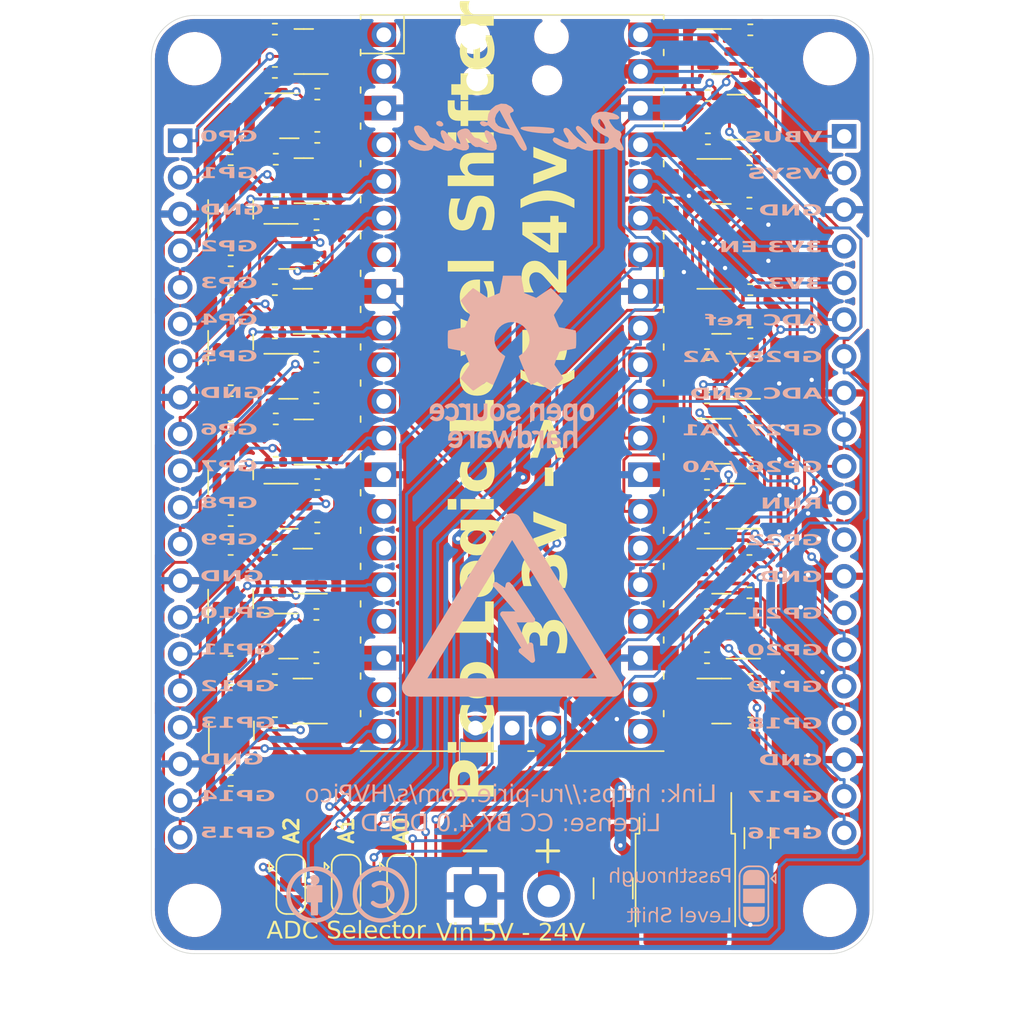
<source format=kicad_pcb>
(kicad_pcb (version 20221018) (generator pcbnew)
  (layers (0 "F.Cu" signal) (31 "B.Cu" signal) (34 "B.Paste" user) (35 "F.Paste" user) (36 "B.SilkS" user "B.Silkscreen") (37 "F.SilkS" user "F.Silkscreen") (38 "B.Mask" user) (39 "F.Mask" user) (44 "Edge.Cuts" user))
  (net 0 "")
  (net 1 "GND")
  (net 2 "+3V3")
  (net 3 "+3.3V")
  (net 4 "OUT0")
  (net 5 "OUT1")
  (net 6 "OUT2")
  (net 7 "OUT3")
  (net 8 "OUT4")
  (net 9 "OUT5")
  (net 10 "OUT6")
  (net 11 "OUT7")
  (net 12 "OUT8")
  (net 13 "OUT9")
  (net 14 "OUT10")
  (net 15 "OUT11")
  (net 16 "OUT12")
  (net 17 "OUT13")
  (net 18 "OUT14")
  (net 19 "OUT15")
  (net 20 "VBUS")
  (net 21 "VSYS")
  (net 22 "3V3_EN")
  (net 23 "ADC_REF")
  (net 24 "RUN")
  (net 25 "OUT22")
  (net 26 "OUT21")
  (net 27 "OUT20")
  (net 28 "OUT19")
  (net 29 "OUT18")
  (net 30 "OUT17")
  (net 31 "OUT16")
  (net 32 "IN0")
  (net 33 "IN1")
  (net 34 "IN2")
  (net 35 "IN3")
  (net 36 "IN4")
  (net 37 "IN5")
  (net 38 "IN6")
  (net 39 "IN7")
  (net 40 "IN8")
  (net 41 "IN9")
  (net 42 "IN10")
  (net 43 "IN11")
  (net 44 "IN12")
  (net 45 "IN13")
  (net 46 "IN14")
  (net 47 "IN15")
  (net 48 "IN16")
  (net 49 "IN17")
  (net 50 "IN18")
  (net 51 "IN19")
  (net 52 "IN20")
  (net 53 "IN21")
  (net 54 "IN22")
  (net 55 "+VDC")
  (net 56 "OUT28")
  (net 57 "OUT27")
  (net 58 "OUT26")
  (net 59 "IN26")
  (net 60 "IN27")
  (net 61 "IN28")
  (net 62 "SHIFTA")
  (net 63 "SHIFTB")
  (net 64 "SHIFTC")
  (footprint "Package_TO_SOT_SMD:SOT-23" (layer "F.Cu") (at 52 15)
    (fp_text reference "Q26" hide)
    (fp_text value "BSN20")
  )
  (footprint "Resistor_SMD:R_0402_1005Metric" (layer "F.Cu") (at 21.0625 61.5 180)
    (fp_text reference "R29" hide)
    (fp_text value "10k")
  )
  (footprint "Resistor_SMD:R_0402_1005Metric" (layer "F.Cu") (at 18 31.5)
    (fp_text reference "R13" hide)
    (fp_text value "10k")
  )
  (footprint "CustomFeet:SolderJumper-3_P1.3mm_Bridged12_RoundedPad1.0x1.5mm" (layer "F.Cu") (at 29.835 72.7 -90)
    (fp_text reference "JP1" hide)
    (fp_text value "Jumper_3_Bridged12")
  )
  (footprint "Resistor_SMD:R_0402_1005Metric" (layer "F.Cu") (at 18 58.5)
    (fp_text reference "R31" hide)
    (fp_text value "10k")
  )
  (footprint "Package_TO_SOT_SMD:SOT-23" (layer "F.Cu") (at 18 25.9375 90)
    (fp_text reference "Q4" hide)
    (fp_text value "BSN20")
  )
  (footprint "Package_TO_SOT_SMD:SOT-23" (layer "F.Cu") (at 18 44 90)
    (fp_text reference "Q10" hide)
    (fp_text value "BSN20")
  )
  (footprint "Resistor_SMD:R_0402_1005Metric" (layer "F.Cu") (at 18 56.5 180)
    (fp_text reference "R26" hide)
    (fp_text value "10k")
  )
  (footprint "CustomFeet:RPi_Pico_SMD_TH" (layer "F.Cu") (at 37.5 37.97)
    (fp_text reference "J4" hide)
    (fp_text value "PICO")
  )
  (footprint "Resistor_SMD:R_0402_1005Metric" (layer "F.Cu") (at 53.9375 52.5)
    (fp_text reference "R38" hide)
    (fp_text value "10k")
  )
  (footprint "Package_TO_SOT_SMD:SOT-23" (layer "F.Cu") (at 53 37.5 180)
    (fp_text reference "Q22" hide)
    (fp_text value "BSN20")
  )
  (footprint "Resistor_SMD:R_0402_1005Metric" (layer "F.Cu") (at 18 49.5)
    (fp_text reference "R25" hide)
    (fp_text value "10k")
  )
  (footprint "Resistor_SMD:R_0402_1005Metric" (layer "F.Cu") (at 21.0625 16.45 180)
    (fp_text reference "R1" hide)
    (fp_text value "10k")
  )
  (footprint "Package_TO_SOT_SMD:SOT-23" (layer "F.Cu") (at 52 51)
    (fp_text reference "Q19" hide)
    (fp_text value "BSN20")
  )
  (footprint "Resistor_SMD:R_0402_1005Metric" (layer "F.Cu") (at 21.0625 34.5 180)
    (fp_text reference "R11" hide)
    (fp_text value "10k")
  )
  (footprint "Resistor_SMD:R_0402_1005Metric" (layer "F.Cu") (at 21.0625 52.5 180)
    (fp_text reference "R23" hide)
    (fp_text value "10k")
  )
  (footprint "Resistor_SMD:R_0402_1005Metric" (layer "F.Cu") (at 51.0525 18.05 180)
    (fp_text reference "R50" hide)
    (fp_text value "10k")
  )
  (footprint "Resistor_SMD:R_0402_1005Metric" (layer "F.Cu") (at 23.9375 54)
    (fp_text reference "R27" hide)
    (fp_text value "10k")
  )
  (footprint "Resistor_SMD:R_0402_1005Metric" (layer "F.Cu") (at 53.99 43.5)
    (fp_text reference "R42" hide)
    (fp_text value "10k")
  )
  (footprint "Package_TO_SOT_SMD:SOT-23" (layer "F.Cu") (at 23.0625 23.95 180)
    (fp_text reference "Q3" hide)
    (fp_text value "BSN20")
  )
  (footprint "Package_TO_SOT_SMD:SOT-23" (layer "F.Cu") (at 53 55.5 180)
    (fp_text reference "Q18" hide)
    (fp_text value "BSN20")
  )
  (footprint "Resistor_SMD:R_0402_1005Metric" (layer "F.Cu") (at 21.125 40.455 180)
    (fp_text reference "R18" hide)
    (fp_text value "10k")
  )
  (footprint "Package_TO_SOT_SMD:SOT-23" (layer "F.Cu") (at 22 46.5)
    (fp_text reference "Q11" hide)
    (fp_text value "BSN20")
  )
  (footprint "Resistor_SMD:R_0402_1005Metric" (layer "F.Cu") (at 21.125 22.46 180)
    (fp_text reference "R6" hide)
    (fp_text value "10k")
  )
  (footprint "Resistor_SMD:R_0402_1005Metric" (layer "F.Cu") (at 54 13.5)
    (fp_text reference "R51" hide)
    (fp_text value "10k")
  )
  (footprint "Package_TO_SOT_SMD:SOT-23" (layer "F.Cu") (at 23.0625 15 180)
    (fp_text reference "Q1" hide)
    (fp_text value "BSN20")
  )
  (footprint "Resistor_SMD:R_0402_1005Metric" (layer "F.Cu") (at 51 36 180)
    (fp_text reference "R44" hide)
    (fp_text value "10k")
  )
  (footprint "Package_TO_SOT_SMD:SOT-23" (layer "F.Cu") (at 22 28.5)
    (fp_text reference "Q5" hide)
    (fp_text value "BSN20")
  )
  (footprint "Resistor_SMD:R_0402_1005Metric" (layer "F.Cu") (at 51 39 180)
    (fp_text reference "R43" hide)
    (fp_text value "10k")
  )
  (footprint "Resistor_SMD:R_0402_1005Metric" (layer "F.Cu") (at 24 17.95)
    (fp_text reference "R3" hide)
    (fp_text value "10k")
  )
  (footprint "Package_TO_SOT_SMD:SOT-23" (layer "F.Cu") (at 23 33 180)
    (fp_text reference "Q6" hide)
    (fp_text value "BSN20")
  )
  (footprint "Package_TO_SOT_SMD:SOT-23" (layer "F.Cu") (at 53.0625 19.55 180)
    (fp_text reference "Q25" hide)
    (fp_text value "BSN20")
  )
  (footprint "Resistor_SMD:R_0402_1005Metric" (layer "F.Cu") (at 24 48)
    (fp_text reference "R22" hide)
    (fp_text value "10k")
  )
  (footprint "Resistor_SMD:R_0402_1005Metric" (layer "F.Cu") (at 18 65.5 180)
    (fp_text reference "R32" hide)
    (fp_text value "10k")
  )
  (footprint "Resistor_SMD:R_0402_1005Metric" (layer "F.Cu") (at 21.0625 13.45 180)
    (fp_text reference "R2" hide)
    (fp_text value "10k")
  )
  (footprint "Package_TO_SOT_SMD:SOT-23" (layer "F.Cu") (at 18.05 62.0625 90)
    (fp_text reference "Q16" hide)
    (fp_text value "BSN20")
  )
  (footprint "Package_TO_SOT_SMD:SOT-23" (layer "F.Cu") (at 52 42)
    (fp_text reference "Q21" hide)
    (fp_text value "BSN20")
  )
  (footprint "Resistor_SMD:R_0402_1005Metric" (layer "F.Cu") (at 54 34.5)
    (fp_text reference "R46" hide)
    (fp_text value "10k")
  )
  (footprint "Resistor_SMD:R_0402_1005Metric" (layer "F.Cu") (at 51 57 180)
    (fp_text reference "R35" hide)
    (fp_text value "10k")
  )
  (footprint "Package_TO_SOT_SMD:SOT-23" (layer "F.Cu") (at 23 60 180)
    (fp_text reference "Q15" hide)
    (fp_text value "BSN20")
  )
  (footprint "Resistor_SMD:R_0402_1005Metric" (layer "F.Cu") (at 18 47.5 180)
    (fp_text reference "R20" hide)
    (fp_text value "10k")
  )
  (footprint "Resistor_SMD:R_0402_1005Metric" (layer "F.Cu") (at 53.9375 22.5)
    (fp_text reference "R47" hide)
    (fp_text value "10k")
  )
  (footprint "Resistor_SMD:R_0402_1005Metric" (layer "F.Cu") (at 23.9375 57)
    (fp_text reference "R28" hide)
    (fp_text value "10k")
  )
  (footprint "Resistor_SMD:R_0402_1005Metric" (layer "F.Cu") (at 21.0625 58.51 180)
    (fp_text reference "R30" hide)
    (fp_text value "10k")
  )
  (footprint "Resistor_SMD:R_0402_1005Metric" (layer "F.Cu") (at 54 40.5)
    (fp_text reference "R41" hide)
    (fp_text value "10k")
  )
  (footprint "Resistor_SMD:R_0402_1005Metric" (layer "F.Cu") (at 21.0625 49.5 180)
    (fp_text reference "R24" hide)
    (fp_text value "10k")
  )
  (footprint "Package_TO_SOT_SMD:SOT-23" (layer "F.Cu") (at 53 46.5 180)
    (fp_text reference "Q20" hide)
    (fp_text value "BSN20")
  )
  (footprint "Package_TO_SOT_SMD:SOT-23" (layer "F.Cu") (at 18 52.9275 90)
    (fp_text reference "Q13" hide)
    (fp_text value "BSN20")
  )
  (footprint "Package_TO_SOT_SMD:SOT-23" (layer "F.Cu") (at 22 37.5)
    (fp_text reference "Q8" hide)
    (fp_text value "BSN20")
  )
  (footprint "MountingHole:MountingHole_3.2mm_M3_ISO14580" (layer "F.Cu") (at 15.5 74.5)
    (fp_text reference "REF**" hide)
    (fp_text value "MountingHole_3.2mm_M3_ISO14580")
  )
  (footprint "MountingHole:MountingHole_3.2mm_M3_ISO14580" (layer "F.Cu") (at 15.5 15.5)
    (fp_text reference "REF**" hide)
    (fp_text value "MountingHole_3.2mm_M3_ISO14580")
  )
  (footprint "Resistor_SMD:R_0402_1005Metric" (layer "F.Cu") (at 51 45 180)
    (fp_text reference "R40" hide)
    (fp_text value "10k")
  )
  (footprint "Resistor_SMD:R_0402_1005Metric" (layer "F.Cu") (at 21.0625 31.5 180)
    (fp_text reference "R12" hide)
    (fp_text value "10k")
  )
  (footprint "Resistor_SMD:R_0402_1005Metric" (layer "F.Cu") (at 23.9475 27)
    (fp_text reference "R9" hide)
    (fp_text value "10k")
  )
  (footprint "Package_TO_SOT_SMD:SOT-23" (layer "F.Cu") (at 22.0625 19.45)
    (fp_text reference "Q2" hide)
    (fp_text value "BSN20")
  )
  (footprint "Resistor_SMD:R_0402_1005Metric" (layer "F.Cu") (at 54 58.5)
    (fp_text reference "R33" hide)
    (fp_text value "10k")
  )
  (footprint "Resistor_SMD:R_0402_1005Metric" (layer "F.Cu") (at 23.9375 39)
    (fp_text reference "R16" hide)
    (fp_text value "10k")
  )
  (footprint "Resistor_SMD:R_0402_1005Metric" (layer "F.Cu") (at 51 54 180)
    (fp_text reference "R36" hide)
    (fp_text value "10k")
  )
  (footprint "Resistor_SMD:R_0402_1005Metric" (layer "F.Cu") (at 18 38.5 180)
    (fp_text reference "R14" hide)
    (fp_text value "10k")
  )
  (footprint "CustomFeet:SolderJumper-3_P1.3mm_Bridged12_RoundedPad1.0x1.5mm" (layer "F.Cu") (at 22.165 72.7 -90)
    (fp_text reference "JP3" hide)
    (fp_text value "Jumper_3_Bridged12")
  )
  (footprint "Capacitor_SMD:C_1206_3216Metric" (layer "F.Cu") (at 54.5 69.5 -90)
    (fp_text reference "C2" hide)
    (fp_text value "0.47uF")
  )
  (footprint "Resistor_SMD:R_0402_1005Metric" (layer "F.Cu") (at 21.125 25.45 180)
    (fp_text reference "R5" hide)
    (fp_text value "10k")
  )
  (footprint "Resistor_SMD:R_0402_1005Metric" (layer "F.Cu") (at 24 45)
    (fp_text reference "R21" hide)
    (fp_text value "10k")
  )
  (footprint "Resistor_SMD:R_0402_1005Metric" (layer "F.Cu") (at 54 31.5)
    (fp_text reference "R45" hide)
    (fp_text value "10k")
  )
  (footprint "Resistor_SMD:R_0402_1005Metric" (layer "F.Cu") (at 18 41)
    (fp_text reference "R19" hide)
    (fp_text value "10k")
  )
  (footprint "Package_TO_SOT_SMD:SOT-23" (layer "F.Cu") (at 23.0625 42.05 180)
    (fp_text reference "Q9" hide)
    (fp_text value "BSN20")
  )
  (footprint "Package_TO_SOT_SMD:TO-252-3_TabPin2" (layer "F.Cu") (at 49.5 72.5 -90)
    (fp_text reference "U2" hide)
    (fp_text value "BA05CC0FP-E2")
  )
  (footprint "Package_TO_SOT_SMD:SOT-23" (layer "F.Cu") (at 22 55.5)
    (fp_text reference "Q14" hide)
    (fp_text value "BSN20")
  )
  (footprint "Resistor_SMD:R_0402_1005Metric" (layer "F.Cu") (at 23.9375 30)
    (fp_text reference "R10" hide)
    (fp_text value "10k")
  )
  (footprint "Package_TO_SOT_SMD:SOT-23" (layer "F.Cu") (at 23 51 180)
    (fp_text reference "Q12" hide)
    (fp_text value "BSN20")
  )
  (footprint "Resistor_SMD:R_0402_1005Metric" (layer "F.Cu") (at 54 61.5)
    (fp_text reference "R34" hide)
    (fp_text value "10k")
  )
  (footprint "Resistor_SMD:R_0402_1005Metric" (layer "F.Cu") (at 18 29.5 180)
    (fp_text reference "R8" hide)
    (fp_text value "10k")
  )
  (footprint "Resistor_SMD:R_0402_1005Metric" (layer "F.Cu") (at 24 20.95)
    (fp_text reference "R4" hide)
    (fp_text value "10k")
  )
  (footprint "Resistor_SMD:R_0402_1005Metric" (layer "F.Cu") (at 53.9375 49.5)
    (fp_text reference "R37" hide)
    (fp_text value "10k")
  )
  (footprint "MountingHole:MountingHole_3.2mm_M3_ISO14580" (layer "F.Cu") (at 59.5 15.5)
    (fp_text reference "REF**" hide)
    (fp_text value "MountingHole_3.2mm_M3_ISO14580")
  )
  (footprint "Resistor_SMD:R_0402_1005Metric" (layer "F.Cu") (at 54 16.5)
    (fp_text reference "R52" hide)
    (fp_text value "10k")
  )
  (footprint "CustomFeet:SolderJumper-3_P1.3mm_Bridged12_RoundedPad1.0x1.5mm" (layer "F.Cu") (at 26 72.7 -90)
    (fp_text reference "JP2" hide)
    (fp_text value "Jumper_3_Bridged12")
  )
  (footprint "Package_TO_SOT_SMD:SOT-23" (layer "F.Cu") (at 52 60)
    (fp_text reference "Q17" hide)
    (fp_text value "BSN20")
  )
  (footprint "Package_TO_SOT_SMD:SOT-23" (layer "F.Cu") (at 18 35 90)
    (fp_text reference "Q7" hide)
    (fp_text value "BSN20")
  )
  (footprint "Capacitor_SMD:C_1210_3225Metric" (layer "F.Cu") (at 44.5 72.975001 -90)
    (fp_text reference "C1" hide)
    (fp_text value "47uF")
  )
  (footprint "Package_TO_SOT_SMD:SOT-23" (layer "F.Cu") (at 52 33)
    (fp_text reference "Q23" hide)
    (fp_text value "BSN20")
  )
  (footprint "Resistor_SMD:R_0402_1005Metric" (layer "F.Cu") (at 51.0625 21.05 180)
    (fp_text reference "R49" hide)
    (fp_text value "10k")
  )
  (footprint "Package_TO_SOT_SMD:SOT-23" (layer "F.Cu") (at 52 24)
    (fp_text reference "Q24" hide)
    (fp_text value "BSN20")
  )
  (footprint "Resistor_SMD:R_0402_1005Metric" (layer "F.Cu") (at 21.125 43.455 180)
    (fp_text reference "R17" hide)
    (fp_text value "10k")
  )
  (footprint "Resistor_SMD:R_0402_1005Metric" (layer "F.Cu") (at 51 48 180)
    (fp_text reference "R39" hide)
    (fp_text value "10k")
  )
  (footprint "TerminalBlock:TerminalBlock_bornier-2_P5.08mm" (layer "F.Cu") (at 34.96 73.5)
    (fp_text reference "J3" hide)
    (fp_text value "Screw_Terminal_01x02" hide)
  )
  (footprint "Resistor_SMD:R_0402_1005Metric" (layer "F.Cu") (at 18 22.5)
    (fp_text reference "R7" hide)
    (fp_text value "10k")
  )
  (footprint "MountingHole:MountingHole_3.2mm_M3_ISO14580" (layer "F.Cu") (at 59.5 74.5)
    (fp_text reference "REF**" hide)
    (fp_text value "MountingHole_3.2mm_M3_ISO14580")
  )
  (footprint "Resistor_SMD:R_0402_1005Metric" (layer "F.Cu") (at 53.9375 25.5)
    (fp_text reference "R48" hide)
    (fp_text value "10k")
  )
  (footprint "Resistor_SMD:R_0402_1005Metric" (layer "F.Cu") (at 23.9375 36.17)
    (fp_text reference "R15" hide)
    (fp_text value "10k")
  )
  (footprint "Symbol:Symbol_Highvoltage_Type2_CopperTop_Small" (layer "B.Cu") (at 37.5 55.25 180)
    (fp_text reference "REF**" hide)
    (fp_text value "Symbol_Highvoltage_Type2_CopperTop_Small" hide)
  )
  (footprint "Symbol:OSHW-Logo_11.4x12mm_SilkScreen" (layer "B.Cu") (at 37.5 36.5 180)
    (fp_text reference "REF**" hide)
    (fp_text value "OSHW-Logo_11.4x12mm_SilkScreen" hide)
  )
  (footprint "Symbol:Symbol_CC-Attribution_CopperTop_Small" (layer "B.Cu") (at 23.8 73.4 180)
    (fp_text reference "REF**" hide)
    (fp_text value "Symbol_CC-Attribution_CopperTop_Small")
  )
  (footprint "Connector_PinHeader_2.54mm:PinHeader_1x20_P2.54mm_Vertical" (layer "B.Cu") (at 14.5 21.18 180)
    (fp_text reference "J1" hide)
    (fp_text value "2.54mm header 01x20" hide)
  )
  (footprint "Connector_PinHeader_2.54mm:PinHeader_1x20_P2.54mm_Vertical" (layer "B.Cu") (at 60.5 20.875 180)
    (fp_text reference "J2" hide)
    (fp_text value "2.54mm header 01x20" hide)
  )
  (footprint "Symbol:Symbol_CC-ShareAlike_CopperTop_Small" (layer "B.Cu") (at 28.4 73.4 180)
    (fp_text reference "REF**" hide)
    (fp_text value "Symbol_CC-ShareAlike_CopperTop_Small" hide)
  )
  (footprint "LOGO" (layer "B.Cu") (at 37.569215 21.163323 180)
    (fp_text reference "G***" hide)
    (fp_text value "LOGO" hide)
  )
  (footprint "CustomFeet:SolderJumper-3_P1.3mm_Bridged12_RoundedPad1.0x1.5mm" (layer "B.Cu") (at 54.25 73.5 -90)
    (fp_text reference "JP1" hide)
    (fp_text value "Jumper_3_Bridged12")
  )
  (gr_line (start 59.5 12.5) (end 15.5 12.5) (stroke (width 0.05)) (layer "Edge.Cuts"))
  (gr_line (start 15.5 77.5) (end 59.5 77.5) (stroke (width 0.05)) (layer "Edge.Cuts"))
  (gr_arc (start 62.5 74.5) (mid 61.62132 76.62132) (end 59.5 77.5) (stroke (width 0.05)) (layer "Edge.Cuts"))
  (gr_line (start 12.5 15.5) (end 12.5 74.5) (stroke (width 0.05)) (layer "Edge.Cuts"))
  (gr_line (start 62.5 74.5) (end 62.5 15.5) (stroke (width 0.05)) (layer "Edge.Cuts"))
  (gr_arc (start 15.5 77.5) (mid 13.37868 76.62132) (end 12.5 74.5) (stroke (width 0.05)) (layer "Edge.Cuts"))
  (gr_arc (start 12.5 15.5) (mid 13.37868 13.37868) (end 15.5 12.5) (stroke (width 0.05)) (layer "Edge.Cuts"))
  (gr_arc (start 59.5 12.5) (mid 61.62132 13.37868) (end 62.5 15.5) (stroke (width 0.05)) (layer "Edge.Cuts"))
  (gr_text "Link: https://ru-pirie.com/s/HVPico\nLicense: CC BY 4.0 DEED" (at 37.4 65.8) (layer "B.SilkS") (effects (font (size 1.2 1.2)) (justify top mirror)))
  (gr_text "GP0\n\nGP1\n\nGND\n\nGP2\n\nGP3\n\nGP4\n\nGP5\n\nGND\n\nGP6\n\nGP7\n\nGP8\n\nGP9\n\nGND\n\nGP10\n\nGP11\n\nGP12\n\nGP13\n\nGND\n\nGP14\n\nGP15" (at 15.875 20.475) (layer "B.SilkS") (effects (font (size 0.75565 1.27) (thickness 0.15113) bold) (justify right top mirror)))
  (gr_text "VBUS\n\nVSYS\n\nGND\n\n3V3 EN\n\n3V3\n\nADC Ref\n\nGP28 / A2\n\nADC GND\n\nGP27 / A1\n\nGP26 / A0\n\nRUN\n\nGP22\n\nGND\n\nGP21\n\nGP20\n\nGP19\n\nGP18\n\nGND\n\nGP17\n\nGP16" (at 59 20.525) (layer "B.SilkS") (effects (font (size 0.75565 1.27) (thickness 0.15113) bold) (justify left top mirror)))
  (gr_text "Level Shift" (at 52.75 75.5) (layer "B.SilkS") (effects (font (size 1 1) (thickness 0.1)) (justify left bottom mirror)))
  (gr_text "Passthrough" (at 52.75 72.75) (layer "B.SilkS") (effects (font (size 1 1) (thickness 0.1)) (justify left bottom mirror)))
  (gr_text "A2" (at 22.8 70 90) (layer "F.SilkS") (effects (font (size 1 1) (thickness 0.2)) (justify left bottom)))
  (gr_text "A1" (at 26.6 70 90) (layer "F.SilkS") (effects (font (size 1 1) (thickness 0.2)) (justify left bottom)))
  (gr_text "A0" (at 30.4 70 90) (layer "F.SilkS") (effects (font (size 1 1) (thickness 0.2)) (justify left bottom)))
  (gr_text "ADC Selector" (at 26 75.95) (layer "F.SilkS") (effects (font (size 1.2 1.2) (thickness 0.2))))
  (gr_text "Vin 5V - 24V\n" (at 37.4 76.8) (layer "F.SilkS") (effects (font (size 1.2 1.2)) (justify bottom)))
  (gr_text "Pico Logic Level Shifter\n3.3v -> (5-24)v" (at 37.5 39.25 90) (layer "F.SilkS") (effects (font (size 3 3) (thickness 0.3) bold)))
  (segment (start 45.24 25.25) (end 45.24 20.07) (width 0.2) (layer "F.Cu") (net 1))
  (segment (start 45.24 20.07) (end 46.39 18.92) (width 0.2) (layer "F.Cu") (net 1))
  (segment (start 45.24 30.23) (end 45.24 25.25) (width 0.2) (layer "F.Cu") (net 1))
  (segment (start 46.39 31.62) (end 46.63 31.62) (width 0.2) (layer "F.Cu") (net 1))
  (segment (start 49.75 25) (end 49.6 25.15) (width 0.2) (layer "F.Cu") (net 1))
  (segment (start 46.63 31.62) (end 45.24 30.23) (width 0.2) (layer "F.Cu") (net 1))
  (segment (start 49.6 25.15) (end 45.34 25.15) (width 0.2) (layer "F.Cu") (net 1))
  (segment (start 45.34 25.15) (end 45.24 25.25) (width 0.2) (layer "F.Cu") (net 1))
  (via (at 58.25 37.75) (size 0.6) (drill 0.3) (layers "F.Cu" "B.Cu") (net 1))
  (via (at 59 58) (size 0.6) (drill 0.3) (layers "F.Cu" "B.Cu") (net 1))
  (via (at 55.25 29.5) (size 0.6) (drill 0.3) (layers "F.Cu" "B.Cu") (net 1))
  (via (at 56.25 58) (size 0.6) (drill 0.3) (layers "F.Cu" "B.Cu") (net 1))
  (via (at 57.5 53.5) (size 0.6) (drill 0.3) (layers "F.Cu" "B.Cu") (net 1))
  (via (at 56 43.25) (size 0.6) (drill 0.3) (layers "F.Cu" "B.Cu") (net 1))
  (via (at 54 75.5) (size 0.6) (drill 0.3) (layers "F.Cu" "B.Cu") (net 1))
  (via (at 56.25 41) (size 0.6) (drill 0.3) (layers "F.Cu" "B.Cu") (net 1))
  (via (at 58.75 48.75) (size 0.6) (drill 0.3) (layers "F.Cu" "B.Cu") (net 1))
  (via (at 56.0212 45.75) (size 0.6) (drill 0.3) (layers "F.Cu" "B.Cu") (net 1))
  (via (at 52.25 30) (size 0.6) (drill 0.3) (layers "F.Cu" "B.Cu") (net 1))
  (via (at 58 51.25) (size 0.6) (drill 0.3) (layers "F.Cu" "B.Cu") (net 1))
  (via (at 49.3962 30.27958) (size 0.6) (drill 0.3) (layers "F.Cu" "B.Cu") (net 1))
  (via (at 55.25 27) (size 0.6) (drill 0.3) (layers "F.Cu" "B.Cu") (net 1))
  (via (at 49.75 25) (size 0.6) (drill 0.3) (layers "F.Cu" "B.Cu") (net 1))
  (via (at 58 63.75) (size 0.6) (drill 0.3) (layers "F.Cu" "B.Cu") (net 1))
  (via (at 44.75 61.25) (size 0.6) (drill 0.3) (layers "F.Cu" "B.Cu") (net 1))
  (via (at 56 38) (size 0.6) (drill 0.3) (layers "F.Cu" "B.Cu") (net 1))
  (via (at 50.75 28.25) (size 0.6) (drill 0.3) (layers "F.Cu" "B.Cu") (net 1))
  (via (at 58 47) (size 0.6) (drill 0.3) (layers "F.Cu" "B.Cu") (net 1))
  (via (at 58 68.75) (size 0.6) (drill 0.3) (layers "F.Cu" "B.Cu") (net 1))
  (via (at 56 48.25) (size 0.6) (drill 0.3) (layers "F.Cu" "B.Cu") (net 1))
  (segment (start 30 34.396346) (end 30 33.01) (width 0.2) (layer "B.Cu") (net 1))
  (segment (start 18.15 35.31) (end 29.086346 35.31) (width 0.2) (layer "B.Cu") (net 1))
  (segment (start 30 33.01) (end 28.61 31.62) (width 0.2) (layer "B.Cu") (net 1))
  (segment (start 14.5 38.96) (end 18.15 35.31) (width 0.2) (layer "B.Cu") (net 1))
  (segment (start 29.086346 35.31) (end 30 34.396346) (width 0.2) (layer "B.Cu") (net 1))
  (segment (start 60.5 31.035) (end 54.5769 31.035) (width 0.2) (layer "B.Cu") (net 2))
  (segment (start 46.39 24) (end 47.5419 24) (width 0.2) (layer "B.Cu") (net 2))
  (segment (start 54.5769 31.035) (end 47.5419 24) (width 0.2) (layer "B.Cu") (net 2))
  (segment (start 49.2168 50.5519) (end 49.9024 49.8663) (width 0.2) (layer "F.Cu") (net 3))
  (segment (start 54.9816 43.9816) (end 54.9816 45.9152) (width 0.2) (layer "F.Cu") (net 3))
  (segment (start 21.1419 19.0076) (end 21.125 18.9907) (width 0.25) (layer "F.Cu") (net 3))
  (segment (start 21.4275 50.375) (end 22.8468 50.375) (width 0.25) (layer "F.Cu") (net 3))
  (segment (start 25.0374 37.7651) (end 24.125 38.6775) (width 0.2) (layer "F.Cu") (net 3))
  (segment (start 54 20.5) (end 54 20.0157) (width 0.25) (layer "F.Cu") (net 3))
  (segment (start 51.35 18.9475) (end 51.3937 18.9475) (width 0.2) (layer "F.Cu") (net 3))
  (segment (start 53.9375 55.9593) (end 53.9375 56.45) (width 0.25) (layer "F.Cu") (net 3))
  (segment (start 25.886 40.5099) (end 25.2757 41.1202) (width 0.2) (layer "F.Cu") (net 3))
  (segment (start 50.49 36) (end 51.135 36.645) (width 0.25) (layer "F.Cu") (net 3))
  (segment (start 51.0625 23.5343) (end 52.3832 24.855) (width 0.25) (layer "F.Cu") (net 3))
  (segment (start 17.49 63.39) (end 17.1 63) (width 0.25) (layer "F.Cu") (net 3))
  (segment (start 21.0625 45.7921) (end 20.0122 46.8424) (width 0.2) (layer "F.Cu") (net 3))
  (segment (start 29.6117 35.5467) (end 29.7619 35.6969) (width 0.2) (layer "F.Cu") (net 3))
  (segment (start 21.0625 54.55) (end 21.0625 55.0343) (width 0.25) (layer "F.Cu") (net 3))
  (segment (start 29.7619 40.2151) (end 40.0987 50.5519) (width 0.2) (layer "F.Cu") (net 3))
  (segment (start 21.0625 27.55) (end 21.0625 28.0343) (width 0.25) (layer "F.Cu") (net 3))
  (segment (start 16.293 57.697) (end 17.49 56.5) (width 0.2) (layer "F.Cu") (net 3))
  (segment (start 22.9093 23.325) (end 24 24.4157) (width 0.25) (layer "F.Cu") (net 3))
  (segment (start 49.9024 49.8663) (end 49.9024 45.5876) (width 0.2) (layer "F.Cu") (net 3))
  (segment (start 51.0625 23.05) (end 51.0625 23.1436) (width 0.25) (layer "F.Cu") (net 3))
  (segment (start 14.0177 70.6362) (end 13.3481 69.9666) (width 0.2) (layer "F.Cu") (net 3))
  (segment (start 40.0987 50.5519) (end 49.2168 50.5519) (width 0.2) (layer "F.Cu") (net 3))
  (segment (start 51.0625 14.2921) (end 49.9816 15.373) (width 0.2) (layer "F.Cu") (net 3))
  (segment (start 23.9375 33.95) (end 25.0374 35.0499) (width 0.2) (layer "F.Cu") (net 3))
  (segment (start 20.0056 30.9531) (end 20.0056 29.0912) (width 0.2) (layer "F.Cu") (net 3))
  (segment (start 13.3481 61.1128) (end 13.9859 60.475) (width 0.2) (layer "F.Cu") (net 3))
  (segment (start 20.0122 48.9597) (end 20.5525 49.5) (width 0.2) (layer "F.Cu") (net 3))
  (segment (start 22.3832 47.355) (end 23.865 47.355) (width 0.25) (layer "F.Cu") (net 3))
  (segment (start 54.9816 45.9152) (end 53.9375 46.9593) (width 0.2) (layer "F.Cu") (net 3))
  (segment (start 50.49 36) (end 49.8468 36.6432) (width 0.2) (layer "F.Cu") (net 3))
  (segment (start 14.9125 27.53) (end 14.1332 27.53) (width 0.2) (layer "F.Cu") (net 3))
  (segment (start 25.0374 35.5467) (end 25.0374 37.7651) (width 0.2) (layer "F.Cu") (net 3))
  (segment (start 54.9825 36.9207) (end 53.9375 37.9657) (width 0.2) (layer "F.Cu") (net 3))
  (segment (start 21.26 41.1) (end 22.5907 41.1) (width 0.25) (layer "F.Cu") (net 3))
  (segment (start 15.0155 50.39) (end 14.1073 50.39) (width 0.2) (layer "F.Cu") (net 3))
  (segment (start 23.9375 60.4593) (end 23.9375 60.95) (width 0.25) (layer "F.Cu") (net 3))
  (segment (start 25.0299 25.9299) (end 24 24.9) (width 0.2) (layer "F.Cu") (net 3))
  (segment (start 21.0625 37.0343) (end 22.3832 38.355) (width 0.25) (layer "F.Cu") (net 3))
  (segment (start 22.8468 32.375) (end 23.9375 33.4657) (width 0.25) (layer "F.Cu") (net 3))
  (segment (start 52.3768 60.855) (end 53.865 60.855) (width 0.25) (layer "F.Cu") (net 3))
  (segment (start 51.4175 18.925) (end 51.4169 18.9243) (width 0.25) (layer "F.Cu") (net 3))
  (segment (start 49.96 20.3375) (end 51.35 18.9475) (width 0.2) (layer "F.Cu") (net 3))
  (segment (start 53.865 60.855) (end 54.51 61.5) (width 0.25) (layer "F.Cu") (net 3))
  (segment (start 24 15.8564) (end 25.1034 16.9598) (width 0.2) (layer "F.Cu") (net 3))
  (segment (start 51.0625 59.5407) (end 52.3768 60.855) (width 0.25) (layer "F.Cu") (net 3))
  (segment (start 49.917 57.9045) (end 49.917 55.2224) (width 0.2) (layer "F.Cu") (net 3))
  (segment (start 14.9369 60.475) (end 16.293 59.1189) (width 0.2) (layer "F.Cu") (net 3))
  (segment (start 52.8532 45.875) (end 53.9375 46.9593) (width 0.25) (layer "F.Cu") (net 3))
  (segment (start 51.0625 50.153) (end 51.0625 50.5343) (width 0.25) (layer "F.Cu") (net 3))
  (segment (start 21.0468 19.0076) (end 20.07 19.9844) (width 0.2) (layer "F.Cu") (net 3))
  (segment (start 14.88 42.77) (end 16.4516 41.1984) (width 0.2) (layer "F.Cu") (net 3))
  (segment (start 20.5525 58.51) (end 21.4175 59.375) (width 0.25) (layer "F.Cu") (net 3))
  (segment (start 23.9375 51.4657) (end 23.9375 51.95) (width 0.25) (layer "F.Cu") (net 3))
  (segment (start 51.0625 50.05) (end 51.0625 50.153) (width 0.25) (layer "F.Cu") (net 3))
  (segment (start 13.9859 60.475) (end 14.9369 60.475) (width 0.2) (layer "F.Cu") (net 3))
  (segment (start 15.9597 29.9378) (end 15.9597 31.5156) (width 0.2) (layer "F.Cu") (net 3))
  (segment (start 22.3218 20.1875) (end 21.1419 19.0076) (width 0.25) (layer "F.Cu") (net 3))
  (segment (start 13.3339 31.8365) (end 14.1074 32.61) (width 0.2) (layer "F.Cu") (net 3))
  (segment (start 21.247 14.095) (end 22.6293 14.095) (width 0.25) (layer "F.Cu") (net 3))
  (segment (start 53.8025 51.855) (end 54.4475 52.5) (width 0.25) (layer "F.Cu") (net 3))
  (segment (start 29.7619 40.2151) (end 29.4671 40.5099) (width 0.2) (layer "F.Cu") (net 3))
  (segment (start 52.3832 15.855) (end 53.865 15.855) (width 0.25) (layer "F.Cu") (net 3))
  (segment (start 51.0625 59.05) (end 51.0625 59.5407) (width 0.25) (layer "F.Cu") (net 3))
  (segment (start 14.1073 50.39) (end 13.3083 51.189) (width 0.2) (layer "F.Cu") (net 3))
  (segment (start 54.51 34.5) (end 53.635 33.625) (width 0.25) (layer "F.Cu") (net 3))
  (segment (start 17.49 47.9155) (end 15.0155 50.39) (width 0.2) (layer "F.Cu") (net 3))
  (segment (start 20.5525 13.45) (end 20.602 13.45) (width 0.25) (layer "F.Cu") (net 3))
  (segment (start 54.51 34.5) (end 54.9825 34.9725) (width 0.2) (layer "F.Cu") (net 3))
  (segment (start 51.0625 14.2921) (end 51.0625 14.5343) (width 0.25) (layer "F.Cu") (net 3))
  (segment (start 21.4275 32.375) (end 22.8468 32.375) (width 0.25) (layer "F.Cu") (net 3))
  (segment (start 24 42.5093) (end 24 42.9064) (width 0.25) (layer "F.Cu") (net 3))
  (segment (start 17.49 65.5) (end 17.49 63.39) (width 0.25) (layer "F.Cu") (net 3))
  (segment (start 15.7209 26.7216) (end 14.9125 27.53) (width 0.2) (layer "F.Cu") (net 3))
  (segment (start 14.1057 42.77) (end 14.88 42.77) (width 0.2) (layer "F.Cu") (net 3))
  (segment (start 24.125 38.6775) (end 24.4475 39) (width 0.25) (layer "F.Cu") (net 3))
  (segment (start 17.49 45.3775) (end 17.05 44.9375) (width 0.25) (layer "F.Cu") (net 3))
  (segment (start 17.49 28.4075) (end 15.9597 29.9378) (width 0.2) (layer "F.Cu") (net 3))
  (segment (start 53.9375 46.9593) (end 53.9375 47.45) (width 0.25) (layer "F.Cu") (net 3))
  (segment (start 20.0056 29.0912) (end 21.0625 28.0343) (width 0.2) (layer "F.Cu") (net 3))
  (segment (start 52.3832 24.855) (end 53.8025 24.855) (width 0.25) (layer "F.Cu") (net 3))
  (segment (start 21.0625 55.0343) (end 22.3832 56.355) (width 0.25) (layer "F.Cu") (net 3))
  (segment (start 51.135 36.645) (end 52.6168 36.645) (width 0.25) (layer "F.Cu") (net 3))
  (segment (start 25.0299 29.4176) (end 25.0299 25.9299) (width 0.2) (layer "F.Cu") (net 3))
  (segment (start 13.3481 33.3693) (end 13.3481 42.0124) (width 0.2) (layer "F.Cu") (net 3))
  (segment (start 17.49 38.5) (end 17.49 36.3775) (width 0.25) (layer "F.Cu") (net 3))
  (segment (start 25.1034 16.9598) (end 25.1034 20.3566) (width 0.2) (layer "F.Cu") (net 3))
  (segment (start 51.0625 50.5343) (end 52.3832 51.855) (width 0.25) (layer "F.Cu") (net 3))
  (segment (start 50.49 45) (end 51.365 45.875) (width 0.25) (layer "F.Cu") (net 3))
  (segment (start 25.2026 46.6032) (end 24.2264 47.5794) (width 0.2) (layer "F.Cu") (net 3))
  (segment (start 13.3481 49.6308) (end 13.3481 43.5276) (width 0.2) (layer "F.Cu") (net 3))
  (segment (start 23.865 47.355) (end 24.0894 47.5794) (width 0.25) (layer "F.Cu") (net 3))
  (segment (start 17.49 28.4075) (end 17.49 27.315) (width 0.25) (layer "F.Cu") (net 3))
  (segment (start 21.1419 19.0076) (end 21.0468 19.0076) (width 0.2) (layer "F.Cu") (net 3))
  (segment (start 50.8147 54.3247) (end 51.365 54.875) (width 0.25) (layer "F.Cu") (net 3))
  (segment (start 21.0625 46.0343) (end 22.3832 47.355) (width 0.25) (layer "F.Cu") (net 3))
  (segment (start 24 24.4157) (end 24 24.9) (width 0.25) (layer "F.Cu") (net 3))
  (segment (start 24.2264 47.5794) (end 24.0894 47.5794) (width 0.2) (layer "F.Cu") (net 3))
  (segment (start 49.8468 36.6432) (end 49.8468 40.2389) (width 0.2) (layer "F.Cu") (net 3))
  (segment (start 13.3083 51.189) (end 13.3083 59.7974) (width 0.2) (layer "F.Cu") (net 3))
  (segment (start 25.0374 35.0499) (end 25.0374 35.5467) (width 0.2) (layer "F.Cu") (net 3))
  (segment (start 20.615 40.455) (end 21.26 41.1) (width 0.25) (layer "F.Cu") (net 3))
  (segment (start 54 20.0157) (end 52.9093 18.925) (width 0.25) (layer "F.Cu") (net 3))
  (segment (start 50.7758 49.8663) (end 49.9024 49.8663) (width 0.2) (layer "F.Cu") (net 3))
  (segment (start 49.8468 40.2389) (end 50.6579 41.05) (width 0.2) (layer "F.Cu") (net 3))
  (segment (start 17.49 68.1205) (end 14.9743 70.6362) (width 0.2) (layer "F.Cu") (net 3))
  (segment (start 14.1074 32.61) (end 13.3481 33.3693) (width 0.2) (layer "F.Cu") (net 3))
  (segment (start 20.615 22.46) (end 21.48 23.325) (width 0.25) (layer "F.Cu") (net 3))
  (segment (start 13.3481 42.0124) (end 14.1057 42.77) (width 0.2) (layer "F.Cu") (net 3))
  (segment (start 13.3083 59.7974) (end 13.9859 60.475) (width 0.2) (layer "F.Cu") (net 3))
  (segment (start 51.0625 50.153) (end 50.7758 49.8663) (width 0.2) (layer "F.Cu") (net 3))
  (segment (start 54.9825 34.9725) (end 54.9825 36.9207) (width 0.2) (layer "F.Cu") (net 3))
  (segment (start 19.9816 15.2196) (end 19.9816 15.9271) (width 0.2) (layer "F.Cu") (net 3))
  (segment (start 21.0625 45.7921) (end 21.0625 46.0343) (width 0.25) (layer "F.Cu") (net 3))
  (segment (start 14.1073 50.39) (end 13.3481 49.6308) (width 0.2) (layer "F.Cu") (net 3))
  (segment (start 21.1062 14.095) (end 19.9816 15.2196) (width 0.2) (layer "F.Cu") (net 3))
  (segment (start 22.8532 59.375) (end 23.9375 60.4593) (width 0.25) (layer "F.Cu") (net 3))
  (segment (start 21.0625 45.55) (end 21.0625 45.7921) (width 0.25) (layer "F.Cu") (net 3))
  (segment (start 21.0625 28.0343) (end 22.3832 29.355) (width 0.25) (layer "F.Cu") (net 3))
  (segment (start 20.07 19.9844) (end 20.07 21.915) (width 0.2) (layer "F.Cu") (net 3))
  (segment (start 17.49 47.5) (end 17.49 45.3775) (width 0.25) (layer "F.Cu") (net 3))
  (segment (start 13.3339 28.3293) (end 13.3339 31.8365) (width 0.2) (layer "F.Cu") (net 3))
  (segment (start 21.247 14.095) (end 21.1062 14.095) (width 0.2) (layer "F.Cu") (net 3))
  (segment (start 16.293 59.1189) (end 16.293 57.697) (width 0.2) (layer "F.Cu") (net 3))
  (segment (start 23.9375 33.4657) (end 23.9375 33.95) (width 0.25) (layer "F.Cu") (net 3))
  (segment (start 52.6168 36.645) (end 53.9375 37.9657) (width 0.25) (layer "F.Cu") (net 3))
  (segment (start 53.865 15.855) (end 54.51 16.5) (width 0.25) (layer "F.Cu") (net 3))
  (segment (start 49.917 55.2224) (end 50.8147 54.3247) (width 0.2) (layer "F.Cu") (net 3))
  (segment (start 17.49 65.5) (end 17.49 68.1205) (width 0.2) (layer "F.Cu") (net 3))
  (segment (start 51.0625 14.05) (end 51.0625 14.2921) (width 0.25) (layer "F.Cu") (net 3))
  (segment (start 17.49 56.5) (end 17.49 54.305) (width 0.25) (layer "F.Cu") (net 3))
  (segment (start 22.3832 29.355) (end 23.8025 29.355) (width 0.25) (layer "F.Cu") (net 3))
  (segment (start 29.4671 40.5099) (end 25.886 40.5099) (width 0.2) (layer "F.Cu") (net 3))
  (segment (start 22.3832 56.355) (end 23.8025 56.355) (width 0.25) (layer "F.Cu") (net 3))
  (segment (start 52.3832 51.855) (end 53.8025 51.855) (width 0.25) (layer "F.Cu") (net 3))
  (segment (start 21.125 18.9907) (end 21.125 18.5) (width 0.25) (layer "F.Cu") (net 3))
  (segment (start 54.4475 52.5) (end 55.0061 53.0586) (width 0.2) (layer "F.Cu") (net 3))
  (segment (start 24.4475 30) (end 25.0299 29.4176) (width 0.2) (layer "F.Cu") (net 3))
  (segment (start 20.0122 46.8424) (end 20.0122 48.9597) (width 0.2) (layer "F.Cu") (net 3))
  (segment (start 49.96 22.0411) (end 49.96 20.3375) (width 0.2) (layer "F.Cu") (net 3))
  (segment (start 22.6293 14.095) (end 24 15.4657) (width 0.25) (layer "F.Cu") (net 3))
  (segment (start 24 15.4657) (end 24 15.8564) (width 0.25) (layer "F.Cu") (net 3))
  (segment (start 25.2757 41.1202) (end 25.2757 41.6307) (width 0.2) (layer "F.Cu") (net 3))
  (segment (start 51.0625 32.5343) (end 51.0625 32.05) (width 0.25) (layer "F.Cu") (net 3))
  (segment (start 14.9743 70.6362) (end 14.0177 70.6362) (width 0.2) (layer "F.Cu") (net 3))
  (segment (start 14.8653 32.61) (end 14.1074 32.61) (width 0.2) (layer "F.Cu") (net 3))
  (segment (start 23.8025 56.355) (end 24.4475 57) (width 0.25) (layer "F.Cu") (net 3))
  (segment (start 24 42.9532) (end 25.2026 44.1558) (width 0.2) (layer "F.Cu") (net 3))
  (segment (start 21.0625 36.55) (end 21.0625 37.0343) (width 0.25) (layer "F.Cu") (net 3))
  (segment (start 51.0625 23.1436) (end 51.0625 23.5343) (width 0.25) (layer "F.Cu") (net 3))
  (segment (start 15.7209 20.1878) (end 15.7209 26.7216) (width 0.2) (layer "F.Cu") (net 3))
  (segment (start 51.0625 23.1436) (end 49.96 22.0411) (width 0.2) (layer "F.Cu") (net 3))
  (segment (start 20.602 13.45) (end 21.247 14.095) (width 0.25) (layer "F.Cu") (net 3))
  (segment (start 21.48 23.325) (end 22.9093 23.325) (width 0.25) (layer "F.Cu") (net 3))
  (segment (start 51.4169 18.9243) (end 50.5425 18.05) (width 0.25) (layer "F.Cu") (net 3))
  (segment (start 20.0122 57.9697) (end 20.0122 56.0846) (width 0.2) (layer "F.Cu") (net 3))
  (segment (start 51.0625 32.05) (end 51.0625 28.885) (width 0.2) (layer "F.Cu") (net 3))
  (segment (start 16.4516 39.5384) (end 17.49 38.5) (width 0.2) (layer "F.Cu") (net 3))
  (segment (start 50.49 54) (end 50.8147 54.3247) (width 0.25) (layer "F.Cu") (net 3))
  (segment (start 19.9816 15.9271) (end 15.7209 20.1878) (width 0.2) (layer "F.Cu") (net 3))
  (segment (start 24.0894 47.5794) (end 24.51 48) (width 0.25) (layer "F.Cu") (net 3))
  (segment (start 51.0625 41.5343) (end 52.3832 42.855) (width 0.25) (layer "F.Cu") (net 3))
  (segment (start 51.0625 28.885) (end 54.4475 25.5) (width 0.2) (layer "F.Cu") (net 3))
  (segment (start 20.0122 56.0846) (end 21.0625 55.0343) (width 0.2) (layer "F.Cu") (net 3))
  (segment (start 25.0526 53.0651) (end 23.9375 51.95) (width 0.2) (layer "F.Cu") (net 3))
  (segment (start 51.365 54.875) (end 52.8532 54.875) (width 0.25) (layer "F.Cu") (net 3))
  (segment (start 55.0061 53.0586) (end 55.0061 54.8907) (width 0.2) (layer "F.Cu") (net 3))
  (segment (start 22.5907 41.1) (end 24 42.5093) (width 0.25) (layer "F.Cu") (net 3))
  (segment (start 17.49 47.5) (end 17.49 47.9155) (width 0.2) (layer "F.Cu") (net 3))
  (segment (start 52.3832 42.855) (end 53.855 42.855) (width 0.25) (layer "F.Cu") (net 3))
  (segment (start 23.7475 20.1875) (end 22.3218 20.1875) (width 0.25) (layer "F.Cu") (net 3))
  (segment (start 20.5525 58.51) (end 20.0122 57.9697) (width 0.2) (layer "F.Cu") (net 3))
  (segment (start 16.4516 41.1984) (end 16.4516 39.5384) (width 0.2) (layer "F.Cu") (net 3))
  (segment (start 22.8468 50.375) (end 23.9375 51.4657) (width 0.25) (layer "F.Cu") (net 3))
  (segment (start 24 42.9064) (end 24 42.9532) (width 0.25) (layer "F.Cu") (net 3))
  (segment (start 20.5525 31.5) (end 21.4275 32.375) (width 0.25) (layer "F.Cu") (net 3))
  (segment (start 55.0061 54.8907) (end 53.9375 55.9593) (width 0.2) (layer "F.Cu") (net 3))
  (segment (start 51.3937 18.9475) (end 51.4169 18.9243) (width 0.2) (layer "F.Cu") (net 3))
  (segment (start 29.7619 35.6969) (end 29.7619 40.2151) (width 0.2) (layer "F.Cu") (net 3))
  (segment (start 22.3832 38.355) (end 23.8025 38.355) (width 0.25) (layer "F.Cu") (net 3))
  (segment (start 14.1332 27.53) (end 13.3339 28.3293) (width 0.2) (layer "F.Cu") (net 3))
  (segment (start 51.0625 41.05) (end 51.0625 41.5343) (width 0.25) (layer "F.Cu") (net 3))
  (segment (start 21.4175 59.375) (end 22.8532 59.375) (width 0.25) (layer "F.Cu") (net 3))
  (segment (start 23.8025 38.355) (end 24.125 38.6775) (width 0.25) (layer "F.Cu") (net 3))
  (segment (start 25.0374 35.5467) (end 29.6117 35.5467) (width 0.2) (layer "F.Cu") (net 3))
  (segment (start 53.9375 37.9657) (end 53.9375 38.45) (width 0.25) (layer "F.Cu") (net 3))
  (segment (start 17.49 36.3775) (end 17.05 35.9375) (width 0.25) (layer "F.Cu") (net 3))
  (segment (start 49.9024 45.5876) (end 50.49 45) (width 0.2) (layer "F.Cu") (net 3))
  (segment (start 53.635 33.625) (end 52.1532 33.625) (width 0.25) (layer "F.Cu") (net 3))
  (segment (start 49.9816 17.4891) (end 50.5425 18.05) (width 0.2) (layer "F.Cu") (net 3))
  (segment (start 20.5525 31.5) (end 20.0056 30.9531) (width 0.2) (layer "F.Cu") (net 3))
  (segment (start 17.49 27.315) (end 17.05 26.875) (width 0.25) (layer "F.Cu") (net 3))
  (segment (start 50.6579 41.05) (end 51.0625 41.05) (width 0.2) (layer "F.Cu") (net 3))
  (segment (start 20.5525 49.5) (end 21.4275 50.375) (width 0.25) (layer "F.Cu") (net 3))
  (segment (start 51.365 45.875) (end 52.8532 45.875) (width 0.25) (layer "F.Cu") (net 3))
  (segment (start 24.51 20.95) (end 23.7475 20.1875) (width 0.25) (layer "F.Cu") (net 3))
  (segment (start 49.9816 15.373) (end 49.9816 17.4891) (width 0.2) (layer "F.Cu") (net 3))
  (segment (start 51.0625 14.5343) (end 52.3832 15.855) (width 0.25) (layer "F.Cu") (net 3))
  (segment (start 24 15.8564) (end 24 15.95) (width 0.25) (layer "F.Cu") (net 3))
  (segment (start 51.0625 59.05) (end 49.917 57.9045) (width 0.2) (layer "F.Cu") (net 3))
  (segment (start 23.8025 56.355) (end 25.0526 55.1049) (width 0.2) (layer "F.Cu") (net 3))
  (segment (start 25.1034 20.3566) (end 24.51 20.95) (width 0.2) (layer "F.Cu") (net 3))
  (segment (start 20.07 21.915) (end 20.615 22.46) (width 0.2) (layer "F.Cu") (net 3))
  (segment (start 17.49 29.5) (end 17.49 28.4075) (width 0.25) (layer "F.Cu") (net 3))
  (segment (start 25.2757 41.6307) (end 24 42.9064) (width 0.2) (layer "F.Cu") (net 3))
  (segment (start 24 42.9532) (end 24 43) (width 0.25) (layer "F.Cu") (net 3))
  (segment (start 13.3481 69.9666) (end 13.3481 61.1128) (width 0.2) (layer "F.Cu") (net 3))
  (segment (start 53.855 42.855) (end 54.5 43.5) (width 0.25) (layer "F.Cu") (net 3))
  (segment (start 53.8025 24.855) (end 54.4475 25.5) (width 0.25) (layer "F.Cu") (net 3))
  (segment (start 13.3481 43.5276) (end 14.1057 42.77) (width 0.2) (layer "F.Cu") (net 3))
  (segment (start 52.9093 18.925) (end 51.4175 18.925) (width 0.25) (layer "F.Cu") (net 3))
  (segment (start 52.1532 33.625) (end 51.0625 32.5343) (width 0.25) (layer "F.Cu") (net 3))
  (segment (start 15.9597 31.5156) (end 14.8653 32.61) (width 0.2) (layer "F.Cu") (net 3))
  (segment (start 17.49 54.305) (end 17.05 53.865) (width 0.25) (layer "F.Cu") (net 3))
  (segment (start 54.5 43.5) (end 54.9816 43.9816) (width 0.2) (layer "F.Cu") (net 3))
  (segment (start 25.0526 55.1049) (end 25.0526 53.0651) (width 0.2) (layer "F.Cu") (net 3))
  (segment (start 23.8025 29.355) (end 24.4475 30) (width 0.25) (layer "F.Cu") (net 3))
  (segment (start 52.8532 54.875) (end 53.9375 55.9593) (width 0.25) (layer "F.Cu") (net 3))
  (segment (start 25.2026 44.1558) (end 25.2026 46.6032) (width 0.2) (layer "F.Cu") (net 3))
  (segment (start 21.5725 15.5525) (end 22.125 15) (width 0.25) (layer "F.Cu") (net 4))
  (segment (start 21.5725 16.45) (end 21.5725 15.5525) (width 0.25) (layer "F.Cu") (net 4))
  (segment (start 20.7117 15.3406) (end 21.3606 15.3406) (width 0.2) (layer "F.Cu") (net 4))
  (segment (start 21.3606 15.3406) (end 21.5725 15.5525) (width 0.2) (layer "F.Cu") (net 4))
  (via (at 20.7117 15.3406) (size 0.6) (drill 0.3) (layers "F.Cu" "B.Cu") (net 4))
  (segment (start 15.6519 20.4004) (end 20.7117 15.3406) (width 0.2) (layer "B.Cu") (net 4))
  (segment (start 15.6519 21.18) (end 15.6519 20.4004) (width 0.2) (layer "B.Cu") (net 4))
  (segment (start 14.5 21.18) (end 15.6519 21.18) (width 0.2) (layer "B.Cu") (net 4))
  (segment (start 23.1936 18.4253) (end 22.5413 17.773) (width 0.2) (layer "F.Cu") (net 5))
  (segment (start 23.49 18.96) (end 23 19.45) (width 0.25) (layer "F.Cu") (net 5))
  (segment (start 23.49 18.4253) (end 23.49 18.96) (width 0.25) (layer "F.Cu") (net 5))
  (segment (start 23.49 17.95) (end 23.49 18.4253) (width 0.25) (layer "F.Cu") (net 5))
  (segment (start 23.49 18.4253) (end 23.1936 18.4253) (width 0.2) (layer "F.Cu") (net 5))
  (via (at 22.5413 17.773) (size 0.6) (drill 0.3) (layers "F.Cu" "B.Cu") (net 5))
  (segment (start 14.5 23.72) (end 15.6519 23.72) (width 0.2) (layer "B.Cu") (net 5))
  (segment (start 22.5413 17.773) (end 21.5989 17.773) (width 0.2) (layer "B.Cu") (net 5))
  (segment (start 21.5989 17.773) (end 15.6519 23.72) (width 0.2) (layer "B.Cu") (net 5))
  (segment (start 21.635 25.45) (end 21.635 24.5829) (width 0.25) (layer "F.Cu") (net 6))
  (segment (start 21.635 24.44) (end 22.125 23.95) (width 0.25) (layer "F.Cu") (net 6))
  (segment (start 21.635 24.5829) (end 21.635 24.44) (width 0.25) (layer "F.Cu") (net 6))
  (segment (start 20.569 23.5169) (end 20.5318 23.5169) (width 0.2) (layer "F.Cu") (net 6))
  (segment (start 21.635 24.5829) (end 20.569 23.5169) (width 0.2) (layer "F.Cu") (net 6))
  (via (at 20.5318 23.5169) (size 0.6) (drill 0.3) (layers "F.Cu" "B.Cu") (net 6))
  (segment (start 15.6519 28.0697) (end 15.6519 28.8) (width 0.2) (layer "B.Cu") (net 6))
  (segment (start 20.5318 23.5169) (end 20.2047 23.5169) (width 0.2) (layer "B.Cu") (net 6))
  (segment (start 20.2047 23.5169) (end 15.6519 28.0697) (width 0.2) (layer "B.Cu") (net 6))
  (segment (start 14.5 28.8) (end 15.6519 28.8) (width 0.2) (layer "B.Cu") (net 6))
  (segment (start 16.332 26.0744) (end 16.332 28.6246) (width 0.2) (layer "F.Cu") (net 7))
  (segment (start 17.49 24.49) (end 17.7032 24.7032) (width 0.25) (layer "F.Cu") (net 7))
  (segment (start 17.49 22.5) (end 17.49 24.49) (width 0.25) (layer "F.Cu") (net 7))
  (segment (start 14.7685 30.1881) (end 14.5 30.1881) (width 0.2) (layer "F.Cu") (net 7))
  (segment (start 17.7032 24.7032) (end 18 25) (width 0.25) (layer "F.Cu") (net 7))
  (segment (start 14.5 31.34) (end 14.5 30.1881) (width 0.2) (layer "F.Cu") (net 7))
  (segment (start 17.7032 24.7032) (end 16.332 26.0744) (width 0.2) (layer "F.Cu") (net 7))
  (segment (start 16.332 28.6246) (end 14.7685 30.1881) (width 0.2) (layer "F.Cu") (net 7))
  (segment (start 23.4375 28) (end 22.9375 28.5) (width 0.25) (layer "F.Cu") (net 8))
  (segment (start 23.4375 27) (end 23.4375 27.7103) (width 0.25) (layer "F.Cu") (net 8))
  (segment (start 23.668 27.7103) (end 24.1964 28.2387) (width 0.2) (layer "F.Cu") (net 8))
  (segment (start 23.4375 27.7103) (end 23.4375 28) (width 0.25) (layer "F.Cu") (net 8))
  (segment (start 23.4375 27.7103) (end 23.668 27.7103) (width 0.2) (layer "F.Cu") (net 8))
  (via (at 24.1964 28.2387) (size 0.6) (drill 0.3) (layers "F.Cu" "B.Cu") (net 8))
  (segment (start 24.1964 28.2387) (end 21.2932 28.2387) (width 0.2) (layer "B.Cu") (net 8))
  (segment (start 14.5 33.88) (end 15.6519 33.88) (width 0.2) (layer "B.Cu") (net 8))
  (segment (start 21.2932 28.2387) (end 15.6519 33.88) (width 0.2) (layer "B.Cu") (net 8))
  (segment (start 21.5725 33.7468) (end 21.5725 33.49) (width 0.25) (layer "F.Cu") (net 9))
  (segment (start 21.5725 34.5) (end 21.5725 33.7468) (width 0.25) (layer "F.Cu") (net 9))
  (segment (start 20.3945 32.5688) (end 20.3945 32.4825) (width 0.2) (layer "F.Cu") (net 9))
  (segment (start 21.5725 33.49) (end 22.0625 33) (width 0.25) (layer "F.Cu") (net 9))
  (segment (start 21.5725 33.7468) (end 20.3945 32.5688) (width 0.2) (layer "F.Cu") (net 9))
  (via (at 20.3945 32.4825) (size 0.6) (drill 0.3) (layers "F.Cu" "B.Cu") (net 9))
  (segment (start 20.3945 32.4825) (end 19.5894 32.4825) (width 0.2) (layer "B.Cu") (net 9))
  (segment (start 19.5894 32.4825) (end 15.6519 36.42) (width 0.2) (layer "B.Cu") (net 9))
  (segment (start 14.5 36.42) (end 15.6519 36.42) (width 0.2) (layer "B.Cu") (net 9))
  (segment (start 15.6555 35.7576) (end 15.6555 39.4611) (width 0.2) (layer "F.Cu") (net 10))
  (segment (start 17.6753 33.7378) (end 15.6555 35.7576) (width 0.2) (layer "F.Cu") (net 10))
  (segment (start 14.7685 40.3481) (end 14.5 40.3481) (width 0.2) (layer "F.Cu") (net 10))
  (segment (start 17.6753 33.7378) (end 18 34.0625) (width 0.25) (layer "F.Cu") (net 10))
  (segment (start 17.49 31.5) (end 17.49 33.5525) (width 0.25) (layer "F.Cu") (net 10))
  (segment (start 14.5 41.5) (end 14.5 40.3481) (width 0.2) (layer "F.Cu") (net 10))
  (segment (start 17.49 33.5525) (end 17.6753 33.7378) (width 0.25) (layer "F.Cu") (net 10))
  (segment (start 15.6555 39.4611) (end 14.7685 40.3481) (width 0.2) (layer "F.Cu") (net 10))
  (segment (start 23.4275 37.01) (end 23.1825 37.255) (width 0.25) (layer "F.Cu") (net 11))
  (segment (start 23.4275 36.17) (end 23.4275 37.01) (width 0.25) (layer "F.Cu") (net 11))
  (segment (start 23.1825 37.255) (end 22.9375 37.5) (width 0.25) (layer "F.Cu") (net 11))
  (segment (start 22.5813 36.6538) (end 22.4788 36.6538) (width 0.2) (layer "F.Cu") (net 11))
  (segment (start 23.1825 37.255) (end 22.5813 36.6538) (width 0.2) (layer "F.Cu") (net 11))
  (via (at 22.4788 36.6538) (size 0.6) (drill 0.3) (layers "F.Cu" "B.Cu") (net 11))
  (segment (start 22.4788 36.6538) (end 15.6519 43.4807) (width 0.2) (layer "B.Cu") (net 11))
  (segment (start 15.6519 43.4807) (end 15.6519 44.04) (width 0.2) (layer "B.Cu") (net 11))
  (segment (start 14.5 44.04) (end 15.6519 44.04) (width 0.2) (layer "B.Cu") (net 11))
  (segment (start 21.635 42.8906) (end 21.635 42.54) (width 0.25) (layer "F.Cu") (net 12))
  (segment (start 21.635 42.54) (end 22.125 42.05) (width 0.25) (layer "F.Cu") (net 12))
  (segment (start 21.0935 42.3491) (end 21.0316 42.3491) (width 0.2) (layer "F.Cu") (net 12))
  (segment (start 21.635 42.8906) (end 21.0935 42.3491) (width 0.2) (layer "F.Cu") (net 12))
  (segment (start 21.635 43.455) (end 21.635 42.8906) (width 0.25) (layer "F.Cu") (net 12))
  (segment (start 21.0316 42.3491) (end 20.8966 42.4841) (width 0.2) (layer "F.Cu") (net 12))
  (via (at 20.8966 42.4841) (size 0.6) (drill 0.3) (layers "F.Cu" "B.Cu") (net 12))
  (segment (start 15.6519 46.1569) (end 19.3247 42.4841) (width 0.2) (layer "B.Cu") (net 12))
  (segment (start 19.3247 42.4841) (end 20.8966 42.4841) (width 0.2) (layer "B.Cu") (net 12))
  (segment (start 15.6519 46.58) (end 15.6519 46.1569) (width 0.2) (layer "B.Cu") (net 12))
  (segment (start 14.5 46.58) (end 15.6519 46.58) (width 0.2) (layer "B.Cu") (net 12))
  (segment (start 17.745 42.8075) (end 18 43.0625) (width 0.25) (layer "F.Cu") (net 13))
  (segment (start 14.7685 47.9681) (end 14.5 47.9681) (width 0.2) (layer "F.Cu") (net 13))
  (segment (start 15.8896 44.6629) (end 15.8896 46.847) (width 0.2) (layer "F.Cu") (net 13))
  (segment (start 17.745 42.8075) (end 15.8896 44.6629) (width 0.2) (layer "F.Cu") (net 13))
  (segment (start 15.8896 46.847) (end 14.7685 47.9681) (width 0.2) (layer "F.Cu") (net 13))
  (segment (start 17.49 41) (end 17.49 42.5525) (width 0.25) (layer "F.Cu") (net 13))
  (segment (start 17.49 42.5525) (end 17.745 42.8075) (width 0.25) (layer "F.Cu") (net 13))
  (segment (start 14.5 49.12) (end 14.5 47.9681) (width 0.2) (layer "F.Cu") (net 13))
  (segment (start 23.9434 45.684) (end 24.5973 46.3379) (width 0.2) (layer "F.Cu") (net 14))
  (segment (start 23.49 45) (end 23.49 45.684) (width 0.25) (layer "F.Cu") (net 14))
  (segment (start 23.49 45.684) (end 23.49 45.9475) (width 0.25) (layer "F.Cu") (net 14))
  (segment (start 23.49 45.684) (end 23.9434 45.684) (width 0.2) (layer "F.Cu") (net 14))
  (segment (start 23.49 45.9475) (end 22.9375 46.5) (width 0.25) (layer "F.Cu") (net 14))
  (via (at 24.5973 46.3379) (size 0.6) (drill 0.3) (layers "F.Cu" "B.Cu") (net 14))
  (segment (start 24.5973 46.338) (end 24.5973 46.3379) (width 0.2) (layer "B.Cu") (net 14))
  (segment (start 14.5 54.2) (end 15.6519 54.2) (width 0.2) (layer "B.Cu") (net 14))
  (segment (start 23.5139 46.338) (end 24.5973 46.338) (width 0.2) (layer "B.Cu") (net 14))
  (segment (start 15.6519 54.2) (end 23.5139 46.338) (width 0.2) (layer "B.Cu") (net 14))
  (segment (start 21.5725 51.995) (end 21.8385 51.995) (width 0.2) (layer "F.Cu") (net 15))
  (segment (start 21.8385 51.995) (end 22.5212 52.6777) (width 0.2) (layer "F.Cu") (net 15))
  (segment (start 21.5725 52.5) (end 21.5725 51.995) (width 0.25) (layer "F.Cu") (net 15))
  (segment (start 21.5725 51.995) (end 21.5725 51.49) (width 0.25) (layer "F.Cu") (net 15))
  (segment (start 21.5725 51.49) (end 22.0625 51) (width 0.25) (layer "F.Cu") (net 15))
  (via (at 22.5212 52.6777) (size 0.6) (drill 0.3) (layers "F.Cu" "B.Cu") (net 15))
  (segment (start 14.5 56.74) (end 15.6519 56.74) (width 0.2) (layer "B.Cu") (net 15))
  (segment (start 22.5212 52.6777) (end 19.7142 52.6777) (width 0.2) (layer "B.Cu") (net 15))
  (segment (start 19.7142 52.6777) (end 15.6519 56.74) (width 0.2) (layer "B.Cu") (net 15))
  (segment (start 17.49 49.5) (end 17.49 51.48) (width 0.25) (layer "F.Cu") (net 16))
  (segment (start 14.5 59.28) (end 14.5 58.1281) (width 0.2) (layer "F.Cu") (net 16))
  (segment (start 17.49 51.48) (end 17.7032 51.6932) (width 0.25) (layer "F.Cu") (net 16))
  (segment (start 14.7685 58.1281) (end 14.5 58.1281) (width 0.2) (layer "F.Cu") (net 16))
  (segment (start 15.8896 53.5068) (end 15.8896 57.007) (width 0.2) (layer "F.Cu") (net 16))
  (segment (start 17.7032 51.6932) (end 15.8896 53.5068) (width 0.2) (layer "F.Cu") (net 16))
  (segment (start 15.8896 57.007) (end 14.7685 58.1281) (width 0.2) (layer "F.Cu") (net 16))
  (segment (start 17.7032 51.6932) (end 18 51.99) (width 0.25) (layer "F.Cu") (net 16))
  (segment (start 22.4703 54.1054) (end 22.9375 54.5726) (width 0.2) (layer "F.Cu") (net 17))
  (segment (start 23.4275 54) (end 23.4275 55.01) (width 0.25) (layer "F.Cu") (net 17))
  (segment (start 23.4275 55.01) (end 22.9375 55.5) (width 0.25) (layer "F.Cu") (net 17))
  (segment (start 22.9375 54.5726) (end 22.9375 55.5) (width 0.2) (layer "F.Cu") (net 17))
  (via (at 22.4703 54.1054) (size 0.6) (drill 0.3) (layers "F.Cu" "B.Cu") (net 17))
  (segment (start 15.6519 60.9238) (end 22.4703 54.1054) (width 0.2) (layer "B.Cu") (net 17))
  (segment (start 15.6519 61.82) (end 15.6519 60.9238) (width 0.2) (layer "B.Cu") (net 17))
  (segment (start 14.5 61.82) (end 15.6519 61.82) (width 0.2) (layer "B.Cu") (net 17))
  (segment (start 21.5725 60.49) (end 22.0625 60) (width 0.25) (layer "F.Cu") (net 18))
  (segment (start 21.5725 61.5) (end 21.5725 60.49) (width 0.25) (layer "F.Cu") (net 18))
  (segment (start 22.0791 62.0066) (end 22.8372 62.0066) (width 0.2) (layer "F.Cu") (net 18))
  (segment (start 21.5725 61.5) (end 22.0791 62.0066) (width 0.2) (layer "F.Cu") (net 18))
  (via (at 22.8372 62.0066) (size 0.6) (drill 0.3) (layers "F.Cu" "B.Cu") (net 18))
  (segment (start 14.5 66.9) (end 15.6519 66.9) (width 0.2) (layer "B.Cu") (net 18))
  (segment (start 22.8372 62.0066) (end 20.5453 62.0066) (width 0.2) (layer "B.Cu") (net 18))
  (segment (start 20.5453 62.0066) (end 15.6519 66.9) (width 0.2) (layer "B.Cu") (net 18))
  (segment (start 17.49 60.565) (end 17.7282 60.8032) (width 0.25) (layer "F.Cu") (net 19))
  (segment (start 14.5 69.44) (end 14.5 68.2881) (width 0.2) (layer "F.Cu") (net 19))
  (segment (start 17.49 58.5) (end 17.49 60.565) (width 0.25) (layer "F.Cu") (net 19))
  (segment (start 17.7282 60.8032) (end 18.05 61.125) (width 0.25) (layer "F.Cu") (net 19))
  (segment (start 14.7685 68.2881) (end 14.5 68.2881) (width 0.2) (layer "F.Cu") (net 19))
  (segment (start 15.8896 67.167) (end 14.7685 68.2881) (width 0.2) (layer "F.Cu") (net 19))
  (segment (start 15.8896 62.6418) (end 15.8896 67.167) (width 0.2) (layer "F.Cu") (net 19))
  (segment (start 17.7282 60.8032) (end 15.8896 62.6418) (width 0.2) (layer "F.Cu") (net 19))
  (segment (start 60.5 20.875) (end 58.2188 20.875) (width 0.2) (layer "B.Cu") (net 20))
  (segment (start 51.1838 13.84) (end 46.39 13.84) (width 0.2) (layer "B.Cu") (net 20))
  (segment (start 58.2188 20.875) (end 51.1838 13.84) (width 0.2) (layer "B.Cu") (net 20))
  (segment (start 49.5 73.76) (end 49.5 72.0803) (width 1.5) (layer "F.Cu") (net 21))
  (segment (start 38.25 22.25) (end 44.12 16.38) (width 1) (layer "F.Cu") (net 21))
  (segment (start 50.1102 74.5202) (end 51.025 75.435) (width 0.2) (layer "F.Cu") (net 21))
  (segment (start 45 66) (end 44.189339 65.189339) (width 0.8) (layer "F.Cu") (net 21))
  (segment (start 49.5 74.5202) (end 50.1102 74.5202) (width 0.2) (layer "F.Cu") (net 21))
  (segment (start 47.085 72.085) (end 51.025 72.085) (width 0.5) (layer "F.Cu") (net 21))
  (segment (start 47.745 72.005) (end 47.895 72.005) (width 0.2) (layer "F.Cu") (net 21))
  (segment (start 47.975 75.435) (end 48.8898 74.5202) (width 0.2) (layer "F.Cu") (net 21))
  (segment (start 45 70) (end 47.085 72.085) (width 0.9) (layer "F.Cu") (net 21))
  (segment (start 49.5 72.0803) (end 51.0203 72.0803) (width 0.2) (layer "F.Cu") (net 21))
  (segment (start 44.12 16.38) (end 46.39 16.38) (width 1) (layer "F.Cu") (net 21))
  (segment (start 47.5 71.5) (end 44.5 71.500001) (width 1.5) (layer "F.Cu") (net 21))
  (segment (start 38.25 44.5) (end 38.25 22.25) (width 1) (layer "F.Cu") (net 21))
  (segment (start 48.8898 74.5202) (end 49.5 74.5202) (width 0.2) (layer "F.Cu") (net 21))
  (segment (start 44.189339 63.189339) (end 33.75 52.75) (width 0.8) (layer "F.Cu") (net 21))
  (segment (start 49.5 73.76) (end 47.745 72.005) (width 1.5) (layer "F.Cu") (net 21))
  (segment (start 49.5 72.0803) (end 49.5 69.5) (width 1.5) (layer "F.Cu") (net 21))
  (segment (start 47.895 72.005) (end 47.975 72.085) (width 0.2) (layer "F.Cu") (net 21))
  (segment (start 44.189339 65.189339) (end 44.189339 63.189339) (width 0.8) (layer "F.Cu") (net 21))
  (segment (start 49.5 73.76) (end 49.5 74.5202) (width 0.2) (layer "F.Cu") (net 21))
  (segment (start 51.0203 72.0803) (end 51.025 72.085) (width 0.2) (layer "F.Cu") (net 21))
  (segment (start 49.5 70.25) (end 47.745 72.005) (width 1.5) (layer "F.Cu") (net 21))
  (segment (start 33.75 52.75) (end 33.75 48.75) (width 0.8) (layer "F.Cu") (net 21))
  (segment (start 49.5 69.5) (end 49.5 70.25) (width 1.5) (layer "F.Cu") (net 21))
  (segment (start 49.5 69.5) (end 49.5 67.46) (width 1.5) (layer "F.Cu") (net 21))
  (via (at 45 66) (size 0.6) (drill 0.3) (layers "F.Cu" "B.Cu") (net 21))
  (via (at 45 70) (size 0.6) (drill 0.3) (layers "F.Cu" "B.Cu") (net 21))
  (via (at 38.25 44.5) (size 0.6) (drill 0.3) (layers "F.Cu" "B.Cu") (net 21))
  (via (at 33.75 48.75) (size 0.6) (drill 0.3) (layers "F.Cu" "B.Cu") (net 21))
  (segment (start 59.3481 23.415) (end 59.3481 23.2827) (width 0.2) (layer "B.Cu") (net 21))
  (segment (start 60.5 23.415) (end 59.3481 23.415) (width 0.2) (layer "B.Cu") (net 21))
  (segment (start 59.3481 23.2827) (end 52.4454 16.38) (width 0.2) (layer "B.Cu") (net 21))
  (segment (start 38 44.5) (end 38.25 44.5) (width 0.5) (layer "B.Cu") (net 21))
  (segment (start 33.75 48.75) (end 38 44.5) (width 0.8) (layer "B.Cu") (net 21))
  (segment (start 45 70) (end 45 66) (width 0.8) (layer "B.Cu") (net 21))
  (segment (start 52.4454 16.38) (end 46.39 16.38) (width 0.2) (layer "B.Cu") (net 21))
  (segment (start 60.5 28.495) (end 54.5769 28.495) (width 0.2) (layer "B.Cu") (net 22))
  (segment (start 46.39 21.46) (end 47.5419 21.46) (width 0.2) (layer "B.Cu") (net 22))
  (segment (start 54.5769 28.495) (end 47.5419 21.46) (width 0.2) (layer "B.Cu") (net 22))
  (segment (start 60.5 33.575) (end 59.3481 33.575) (width 0.2) (layer "B.Cu") (net 23))
  (segment (start 46.39 26.54) (end 47.5419 26.54) (width 0.2) (layer "B.Cu") (net 23))
  (segment (start 58.1962 32.4231) (end 53.425 32.4231) (width 0.2) (layer "B.Cu") (net 23))
  (segment (start 53.425 32.4231) (end 47.5419 26.54) (width 0.2) (layer "B.Cu") (net 23))
  (segment (start 59.3481 33.575) (end 58.1962 32.4231) (width 0.2) (layer "B.Cu") (net 23))
  (segment (start 60.5 46.275) (end 59.3481 46.275) (width 0.2) (layer "B.Cu") (net 24))
  (segment (start 53.1255 39.24) (end 46.39 39.24) (width 0.2) (layer "B.Cu") (net 24))
  (segment (start 59.3481 45.4626) (end 53.1255 39.24) (width 0.2) (layer "B.Cu") (net 24))
  (segment (start 59.3481 46.275) (end 59.3481 45.4626) (width 0.2) (layer "B.Cu") (net 24))
  (segment (start 57.7585 45.909971) (end 60.5 48.651471) (width 0.2) (layer "F.Cu") (net 25))
  (segment (start 60.5 48.651471) (end 60.5 48.815) (width 0.2) (layer "F.Cu") (net 25))
  (segment (start 53.49 32.4475) (end 52.9375 33) (width 0.25) (layer "F.Cu") (net 25))
  (segment (start 54.177 30.813) (end 54.7657 30.813) (width 0.2) (layer "F.Cu") (net 25))
  (segment (start 53.49 31.5) (end 53.49 32.4475) (width 0.25) (layer "F.Cu") (net 25))
  (segment (start 56.75 39.75) (end 57.7585 40.7585) (width 0.2) (layer "F.Cu") (net 25))
  (segment (start 54.7657 30.813) (end 56.75 32.7973) (width 0.2) (layer "F.Cu") (net 25))
  (segment (start 53.49 31.5) (end 54.177 30.813) (width 0.2) (layer "F.Cu") (net 25))
  (segment (start 57.7585 40.7585) (end 57.7585 45.909971) (width 0.2) (layer "F.Cu") (net 25))
  (segment (start 56.75 32.7973) (end 56.75 39.75) (width 0.2) (layer "F.Cu") (net 25))
  (segment (start 56.559 45.439271) (end 56.6212 45.501471) (width 0.2) (layer "F.Cu") (net 26))
  (segment (start 56.35 39.915686) (end 57.3585 40.924186) (width 0.2) (layer "F.Cu") (net 26))
  (segment (start 52.0625 37.9775) (end 53.2202 39.1352) (width 0.2) (layer "F.Cu") (net 26))
  (segment (start 56.6212 45.501471) (end 56.6212 50.8712) (width 0.2) (layer "F.Cu") (net 26))
  (segment (start 56.6212 50.8712) (end 59.645 53.895) (width 0.2) (layer "F.Cu") (net 26))
  (segment (start 56.35 39.35) (end 56.35 39.915686) (width 0.2) (layer "F.Cu") (net 26))
  (segment (start 51.51 38.0525) (end 52.0625 37.5) (width 0.25) (layer "F.Cu") (net 26))
  (segment (start 56.1352 39.1352) (end 56.35 39.35) (width 0.2) (layer "F.Cu") (net 26))
  (segment (start 59.645 53.895) (end 60.5 53.895) (width 0.2) (layer "F.Cu") (net 26))
  (segment (start 53.2202 39.1352) (end 56.1352 39.1352) (width 0.2) (layer "F.Cu") (net 26))
  (segment (start 56.559 44.191) (end 56.559 45.439271) (width 0.2) (layer "F.Cu") (net 26))
  (segment (start 57.3585 40.924186) (end 57.3585 43.3915) (width 0.2) (layer "F.Cu") (net 26))
  (segment (start 57.3585 43.3915) (end 56.559 44.191) (width 0.2) (layer "F.Cu") (net 26))
  (segment (start 52.0625 37.5) (end 52.0625 37.9775) (width 0.2) (layer "F.Cu") (net 26))
  (segment (start 51.51 39) (end 51.51 38.0525) (width 0.25) (layer "F.Cu") (net 26))
  (segment (start 51.8189 40.3589) (end 50.8183 40.3589) (width 0.2) (layer "F.Cu") (net 27))
  (segment (start 57.159 44.75) (end 57.1585 44.7505) (width 0.2) (layer "F.Cu") (net 27))
  (segment (start 57.1585 44.7505) (end 57.1585 48.9085) (width 0.2) (layer "F.Cu") (net 27))
  (segment (start 53.49 40.5) (end 53.49 41.4475) (width 0.25) (layer "F.Cu") (net 27))
  (segment (start 52.9375 41.4775) (end 51.8189 40.3589) (width 0.2) (layer "F.Cu") (net 27))
  (segment (start 57.1585 48.9085) (end 58.25 50) (width 0.2) (layer "F.Cu") (net 27))
  (segment (start 52.9375 42) (end 52.9375 41.4775) (width 0.2) (layer "F.Cu") (net 27))
  (segment (start 53.49 41.4475) (end 52.9375 42) (width 0.25) (layer "F.Cu") (net 27))
  (segment (start 50.8183 40.3589) (end 50.4897 40.0303) (width 0.2) (layer "F.Cu") (net 27))
  (via (at 57.159 44.75) (size 0.6) (drill 0.3) (layers "F.Cu" "B.Cu") (net 27))
  (via (at 50.4897 40.0303) (size 0.6) (drill 0.3) (layers "F.Cu" "B.Cu") (net 27))
  (via (at 58.25 50) (size 0.6) (drill 0.3) (layers "F.Cu" "B.Cu") (net 27))
  (segment (start 58.25 50) (end 59 50.75) (width 0.2) (layer "B.Cu") (net 27))
  (segment (start 55.2094 44.75) (end 50.4897 40.0303) (width 0.2) (layer "B.Cu") (net 27))
  (segment (start 59 50.75) (end 59 54.0517) (width 0.2) (layer "B.Cu") (net 27))
  (segment (start 60.5 55.2831) (end 60.5 56.435) (width 0.2) (layer "B.Cu") (net 27))
  (segment (start 60.2314 55.2831) (end 60.5 55.2831) (width 0.2) (layer "B.Cu") (net 27))
  (segment (start 57.159 44.75) (end 55.2094 44.75) (width 0.2) (layer "B.Cu") (net 27))
  (segment (start 59 54.0517) (end 60.2314 55.2831) (width 0.2) (layer "B.Cu") (net 27))
  (segment (start 51.9138 48.4038) (end 54.3178 48.4038) (width 0.2) (layer "F.Cu") (net 28))
  (segment (start 51.51 48) (end 51.9138 48.4038) (width 0.2) (layer "F.Cu") (net 28))
  (segment (start 55.772661 49.022661) (end 55.772661 49.368046) (width 0.2) (layer "F.Cu") (net 28))
  (segment (start 51.51 48) (end 51.51 47.0525) (width 0.25) (layer "F.Cu") (net 28))
  (segment (start 56.117 49.712385) (end 56.117 51.3072) (width 0.2) (layer "F.Cu") (net 28))
  (segment (start 51.51 47.0525) (end 52.0625 46.5) (width 0.25) (layer "F.Cu") (net 28))
  (segment (start 55.772661 49.368046) (end 56.117 49.712385) (width 0.2) (layer "F.Cu") (net 28))
  (via (at 55.772661 49.022661) (size 0.6) (drill 0.3) (layers "F.Cu" "B.Cu") (net 28))
  (via (at 54.3178 48.4038) (size 0.6) (drill 0.3) (layers "F.Cu" "B.Cu") (net 28))
  (via (at 56.117 51.3072) (size 0.6) (drill 0.3) (layers "F.Cu" "B.Cu") (net 28))
  (segment (start 60.5 57.8231) (end 60.2314 57.8231) (width 0.2) (layer "B.Cu") (net 28))
  (segment (start 60.5 58.975) (end 60.5 57.8231) (width 0.2) (layer "B.Cu") (net 28))
  (segment (start 56.117 53.7087) (end 56.117 51.3072) (width 0.2) (layer "B.Cu") (net 28))
  (segment (start 60.2314 57.8231) (end 56.117 53.7087) (width 0.2) (layer "B.Cu") (net 28))
  (segment (start 55.772661 49.022661) (end 54.936661 49.022661) (width 0.2) (layer "B.Cu") (net 28))
  (segment (start 54.936661 49.022661) (end 54.3178 48.4038) (width 0.2) (layer "B.Cu") (net 28))
  (segment (start 53.4275 50.51) (end 52.9375 51) (width 0.25) (layer "F.Cu") (net 29))
  (segment (start 54.3512 51.4337) (end 54.7033 51.4337) (width 0.2) (layer "F.Cu") (net 29))
  (segment (start 53.4275 50.51) (end 54.3512 51.4337) (width 0.2) (layer "F.Cu") (net 29))
  (segment (start 53.4275 49.5) (end 53.4275 50.51) (width 0.25) (layer "F.Cu") (net 29))
  (via (at 54.7033 51.4337) (size 0.6) (drill 0.3) (layers "F.Cu" "B.Cu") (net 29))
  (segment (start 60.5 61.515) (end 60.5 60.3631) (width 0.2) (layer "B.Cu") (net 29))
  (segment (start 54.7033 54.835) (end 60.2314 60.3631) (width 0.2) (layer "B.Cu") (net 29))
  (segment (start 60.2314 60.3631) (end 60.5 60.3631) (width 0.2) (layer "B.Cu") (net 29))
  (segment (start 54.7033 51.4337) (end 54.7033 54.835) (width 0.2) (layer "B.Cu") (net 29))
  (segment (start 51.51 56.0525) (end 51.7277 55.8348) (width 0.25) (layer "F.Cu") (net 30))
  (segment (start 51.7277 55.8348) (end 52.2417 56.3488) (width 0.2) (layer "F.Cu") (net 30))
  (segment (start 51.7277 55.8348) (end 52.0625 55.5) (width 0.25) (layer "F.Cu") (net 30))
  (segment (start 52.2417 56.3488) (end 52.5115 56.3488) (width 0.2) (layer "F.Cu") (net 30))
  (segment (start 51.51 57) (end 51.51 56.0525) (width 0.25) (layer "F.Cu") (net 30))
  (via (at 52.5115 56.3488) (size 0.6) (drill 0.3) (layers "F.Cu" "B.Cu") (net 30))
  (segment (start 52.5115 56.3488) (end 59.1104 62.9477) (width 0.2) (layer "B.Cu") (net 30))
  (segment (start 60.5 66.595) (end 60.5 65.4431) (width 0.2) (layer "B.Cu") (net 30))
  (segment (start 59.1104 62.9477) (end 59.1104 64.3221) (width 0.2) (layer "B.Cu") (net 30))
  (segment (start 60.2314 65.4431) (end 60.5 65.4431) (width 0.2) (layer "B.Cu") (net 30))
  (segment (start 59.1104 64.3221) (end 60.2314 65.4431) (width 0.2) (layer "B.Cu") (net 30))
  (segment (start 54.4644 60.1584) (end 54.4644 60.4671) (width 0.2) (layer "F.Cu") (net 31))
  (segment (start 53.49 58.5) (end 53.49 59.184) (width 0.25) (layer "F.Cu") (net 31))
  (segment (start 53.49 59.184) (end 54.4644 60.1584) (width 0.2) (layer "F.Cu") (net 31))
  (segment (start 53.49 59.184) (end 53.49 59.4475) (width 0.25) (layer "F.Cu") (net 31))
  (segment (start 53.49 59.4475) (end 52.9375 60) (width 0.25) (layer "F.Cu") (net 31))
  (via (at 54.4644 60.4671) (size 0.6) (drill 0.3) (layers "F.Cu" "B.Cu") (net 31))
  (segment (start 54.4644 60.4671) (end 54.4644 62.2161) (width 0.2) (layer "B.Cu") (net 31))
  (segment (start 60.2314 67.9831) (end 60.5 67.9831) (width 0.2) (layer "B.Cu") (net 31))
  (segment (start 54.4644 62.2161) (end 60.2314 67.9831) (width 0.2) (layer "B.Cu") (net 31))
  (segment (start 60.5 69.135) (end 60.5 67.9831) (width 0.2) (layer "B.Cu") (net 31))
  (segment (start 23.9413 13.9913) (end 24 14.05) (width 0.25) (layer "F.Cu") (net 32))
  (segment (start 28.61 13.84) (end 25.6581 13.84) (width 0.2) (layer "F.Cu") (net 32))
  (segment (start 21.5725 13.45) (end 23.4 13.45) (width 0.25) (layer "F.Cu") (net 32))
  (segment (start 23.4 13.45) (end 23.9413 13.9913) (width 0.25) (layer "F.Cu") (net 32))
  (segment (start 25.5068 13.9913) (end 25.6581 13.84) (width 0.2) (layer "F.Cu") (net 32))
  (segment (start 23.9413 13.9913) (end 25.5068 13.9913) (width 0.2) (layer "F.Cu") (net 32))
  (segment (start 25.6581 20.7445) (end 24.7881 21.6145) (width 0.2) (layer "F.Cu") (net 33))
  (segment (start 25.6581 16.38) (end 25.6581 20.7445) (width 0.2) (layer "F.Cu") (net 33))
  (segment (start 21.125 20.4) (end 21.675 20.95) (width 0.25) (layer "F.Cu") (net 33))
  (segment (start 28.61 16.38) (end 25.6581 16.38) (width 0.2) (layer "F.Cu") (net 33))
  (segment (start 24.1545 21.6145) (end 23.49 20.95) (width 0.2) (layer "F.Cu") (net 33))
  (segment (start 21.675 20.95) (end 23.49 20.95) (width 0.25) (layer "F.Cu") (net 33))
  (segment (start 24.7881 21.6145) (end 24.1545 21.6145) (width 0.2) (layer "F.Cu") (net 33))
  (segment (start 23.46 22.46) (end 23.9843 22.9843) (width 0.25) (layer "F.Cu") (net 34))
  (segment (start 23.9843 22.9843) (end 24 23) (width 0.25) (layer "F.Cu") (net 34))
  (segment (start 21.635 22.46) (end 23.46 22.46) (width 0.25) (layer "F.Cu") (net 34))
  (segment (start 23.9843 22.9843) (end 24.1338 22.9843) (width 0.2) (layer "F.Cu") (net 34))
  (segment (start 28.61 21.46) (end 25.6581 21.46) (width 0.2) (layer "F.Cu") (net 34))
  (segment (start 24.1338 22.9843) (end 25.6581 21.46) (width 0.2) (layer "F.Cu") (net 34))
  (segment (start 18.51 27.315) (end 18.95 26.875) (width 0.25) (layer "F.Cu") (net 35))
  (segment (start 18.95 25.6459) (end 19.38 25.2159) (width 0.2) (layer "F.Cu") (net 35))
  (segment (start 18.51 29.5) (end 18.51 27.315) (width 0.25) (layer "F.Cu") (net 35))
  (segment (start 18.95 26.875) (end 18.95 25.6459) (width 0.2) (layer "F.Cu") (net 35))
  (via (at 19.38 25.2159) (size 0.6) (drill 0.3) (layers "F.Cu" "B.Cu") (net 35))
  (segment (start 26.2422 25.2159) (end 27.4581 24) (width 0.2) (layer "B.Cu") (net 35))
  (segment (start 19.38 25.2159) (end 26.2422 25.2159) (width 0.2) (layer "B.Cu") (net 35))
  (segment (start 28.61 24) (end 27.4581 24) (width 0.2) (layer "B.Cu") (net 35))
  (segment (start 22.52 30) (end 22.6357 30.1157) (width 0.2) (layer "F.Cu") (net 36))
  (segment (start 21.6125 30) (end 22.52 30) (width 0.25) (layer "F.Cu") (net 36))
  (segment (start 22.52 30) (end 23.4275 30) (width 0.25) (layer "F.Cu") (net 36))
  (segment (start 21.0625 29.45) (end 21.6125 30) (width 0.25) (layer "F.Cu") (net 36))
  (segment (start 22.6357 30.1157) (end 22.6357 30.2109) (width 0.2) (layer "F.Cu") (net 36))
  (via (at 22.6357 30.2109) (size 0.6) (drill 0.3) (layers "F.Cu" "B.Cu") (net 36))
  (segment (start 28.61 26.54) (end 27.4581 26.54) (width 0.2) (layer "B.Cu") (net 36))
  (segment (start 22.6357 30.2109) (end 23.7872 30.2109) (width 0.2) (layer "B.Cu") (net 36))
  (segment (start 23.7872 30.2109) (end 27.4581 26.54) (width 0.2) (layer "B.Cu") (net 36))
  (segment (start 23.7158 31.8283) (end 25.6581 29.886) (width 0.2) (layer "F.Cu") (net 37))
  (segment (start 28.61 29.08) (end 25.6581 29.08) (width 0.2) (layer "F.Cu") (net 37))
  (segment (start 25.6581 29.886) (end 25.6581 29.08) (width 0.2) (layer "F.Cu") (net 37))
  (segment (start 23.9375 32.05) (end 23.7158 31.8283) (width 0.25) (layer "F.Cu") (net 37))
  (segment (start 23.7158 31.8283) (end 23.3875 31.5) (width 0.25) (layer "F.Cu") (net 37))
  (segment (start 23.3875 31.5) (end 21.5725 31.5) (width 0.25) (layer "F.Cu") (net 37))
  (segment (start 18.51 38.5) (end 18.51 36.3775) (width 0.25) (layer "F.Cu") (net 38))
  (segment (start 18.51 36.3775) (end 18.73 36.1575) (width 0.25) (layer "F.Cu") (net 38))
  (segment (start 18.73 36.1575) (end 18.73 35.2296) (width 0.2) (layer "F.Cu") (net 38))
  (segment (start 18.73 36.1575) (end 18.95 35.9375) (width 0.25) (layer "F.Cu") (net 38))
  (segment (start 18.73 35.2296) (end 19.5297 34.4299) (width 0.2) (layer "F.Cu") (net 38))
  (via (at 19.5297 34.4299) (size 0.6) (drill 0.3) (layers "F.Cu" "B.Cu") (net 38))
  (segment (start 19.5297 34.4299) (end 27.1882 34.4299) (width 0.2) (layer "B.Cu") (net 38))
  (segment (start 28.61 34.16) (end 27.4581 34.16) (width 0.2) (layer "B.Cu") (net 38))
  (segment (start 27.1882 34.4299) (end 27.4581 34.16) (width 0.2) (layer "B.Cu") (net 38))
  (segment (start 24.0932 39.6657) (end 23.4275 39) (width 0.2) (layer "F.Cu") (net 39))
  (segment (start 23.4275 39) (end 21.6125 39) (width 0.25) (layer "F.Cu") (net 39))
  (segment (start 21.6125 39) (end 21.0625 38.45) (width 0.25) (layer "F.Cu") (net 39))
  (segment (start 24.7508 39.6657) (end 24.0932 39.6657) (width 0.2) (layer "F.Cu") (net 39))
  (segment (start 28.61 36.7) (end 25.6581 36.7) (width 0.2) (layer "F.Cu") (net 39))
  (segment (start 25.2024 38.7042) (end 25.2024 39.2141) (width 0.2) (layer "F.Cu") (net 39))
  (segment (start 25.6581 38.2485) (end 25.2024 38.7042) (width 0.2) (layer "F.Cu") (net 39))
  (segment (start 25.6581 36.7) (end 25.6581 38.2485) (width 0.2) (layer "F.Cu") (net 39))
  (segment (start 25.2024 39.2141) (end 24.7508 39.6657) (width 0.2) (layer "F.Cu") (net 39))
  (segment (start 25.6581 39.4419) (end 25.6581 39.24) (width 0.2) (layer "F.Cu") (net 40))
  (segment (start 23.355 40.455) (end 24 41.1) (width 0.25) (layer "F.Cu") (net 40))
  (segment (start 28.61 39.24) (end 25.6581 39.24) (width 0.2) (layer "F.Cu") (net 40))
  (segment (start 24 41.1) (end 25.6581 39.4419) (width 0.2) (layer "F.Cu") (net 40))
  (segment (start 21.635 40.455) (end 23.355 40.455) (width 0.25) (layer "F.Cu") (net 40))
  (segment (start 18.51 47.01) (end 18.5 47) (width 0.25) (layer "F.Cu") (net 41))
  (segment (start 18.95 43.8139) (end 18.95 44.9375) (width 0.2) (layer "F.Cu") (net 41))
  (segment (start 18.51 47.5) (end 18.51 47.01) (width 0.25) (layer "F.Cu") (net 41))
  (segment (start 19.2701 43.4938) (end 18.95 43.8139) (width 0.2) (layer "F.Cu") (net 41))
  (segment (start 18.5 45.3875) (end 18.95 44.9375) (width 0.25) (layer "F.Cu") (net 41))
  (segment (start 18.5 47) (end 18.5 45.3875) (width 0.25) (layer "F.Cu") (net 41))
  (via (at 19.2701 43.4938) (size 0.6) (drill 0.3) (layers "F.Cu" "B.Cu") (net 41))
  (segment (start 27.4581 41.78) (end 25.7443 43.4938) (width 0.2) (layer "B.Cu") (net 41))
  (segment (start 28.61 41.78) (end 27.4581 41.78) (width 0.2) (layer "B.Cu") (net 41))
  (segment (start 25.7443 43.4938) (end 19.2701 43.4938) (width 0.2) (layer "B.Cu") (net 41))
  (segment (start 25.6581 47.7941) (end 24.7977 48.6545) (width 0.2) (layer "F.Cu") (net 42))
  (segment (start 21.6125 48) (end 21.0625 47.45) (width 0.25) (layer "F.Cu") (net 42))
  (segment (start 25.6581 46.86) (end 25.6581 47.7941) (width 0.2) (layer "F.Cu") (net 42))
  (segment (start 23.49 48) (end 21.6125 48) (width 0.25) (layer "F.Cu") (net 42))
  (segment (start 28.61 46.86) (end 25.6581 46.86) (width 0.2) (layer "F.Cu") (net 42))
  (segment (start 24.7977 48.6545) (end 24.1445 48.6545) (width 0.2) (layer "F.Cu") (net 42))
  (segment (start 24.1445 48.6545) (end 23.49 48) (width 0.2) (layer "F.Cu") (net 42))
  (segment (start 21.5725 49.5) (end 23.3875 49.5) (width 0.25) (layer "F.Cu") (net 43))
  (segment (start 23.3875 49.5) (end 23.9375 50.05) (width 0.25) (layer "F.Cu") (net 43))
  (segment (start 25.0081 50.05) (end 25.6581 49.4) (width 0.2) (layer "F.Cu") (net 43))
  (segment (start 23.9375 50.05) (end 25.0081 50.05) (width 0.2) (layer "F.Cu") (net 43))
  (segment (start 28.61 49.4) (end 25.6581 49.4) (width 0.2) (layer "F.Cu") (net 43))
  (segment (start 18.73 52.4575) (end 19.1621 52.0254) (width 0.2) (layer "F.Cu") (net 44))
  (segment (start 18.51 56.5) (end 18.51 54.305) (width 0.25) (layer "F.Cu") (net 44))
  (segment (start 18.51 54.305) (end 18.73 54.085) (width 0.25) (layer "F.Cu") (net 44))
  (segment (start 18.73 54.085) (end 18.73 52.4575) (width 0.2) (layer "F.Cu") (net 44))
  (segment (start 18.73 54.085) (end 18.95 53.865) (width 0.25) (layer "F.Cu") (net 44))
  (via (at 19.1621 52.0254) (size 0.6) (drill 0.3) (layers "F.Cu" "B.Cu") (net 44))
  (segment (start 19.1621 52.0254) (end 27.3727 52.0254) (width 0.2) (layer "B.Cu") (net 44))
  (segment (start 27.3727 52.0254) (end 27.4581 51.94) (width 0.2) (layer "B.Cu") (net 44))
  (segment (start 28.61 51.94) (end 27.4581 51.94) (width 0.2) (layer "B.Cu") (net 44))
  (segment (start 25.6581 56.7404) (end 24.7421 57.6564) (width 0.2) (layer "F.Cu") (net 45))
  (segment (start 24.7421 57.6564) (end 24.0839 57.6564) (width 0.2) (layer "F.Cu") (net 45))
  (segment (start 28.61 54.48) (end 25.6581 54.48) (width 0.2) (layer "F.Cu") (net 45))
  (segment (start 25.6581 54.48) (end 25.6581 56.7404) (width 0.2) (layer "F.Cu") (net 45))
  (segment (start 21.0625 56.45) (end 21.0625 56.5625) (width 0.25) (layer "F.Cu") (net 45))
  (segment (start 21.5 57) (end 23.4275 57) (width 0.25) (layer "F.Cu") (net 45))
  (segment (start 21.0625 56.5625) (end 21.5 57) (width 0.25) (layer "F.Cu") (net 45))
  (segment (start 24.0839 57.6564) (end 23.4275 57) (width 0.2) (layer "F.Cu") (net 45))
  (segment (start 24.8781 58.78) (end 25.6581 59.56) (width 0.2) (layer "F.Cu") (net 46))
  (segment (start 21.5725 58.51) (end 23.3975 58.51) (width 0.25) (layer "F.Cu") (net 46))
  (segment (start 23.3975 58.51) (end 23.6675 58.78) (width 0.25) (layer "F.Cu") (net 46))
  (segment (start 23.6675 58.78) (end 24.8781 58.78) (width 0.2) (layer "F.Cu") (net 46))
  (segment (start 23.6675 58.78) (end 23.9375 59.05) (width 0.25) (layer "F.Cu") (net 46))
  (segment (start 28.61 59.56) (end 25.6581 59.56) (width 0.2) (layer "F.Cu") (net 46))
  (segment (start 18.755 63.245) (end 20.3107 63.245) (width 0.2) (layer "F.Cu") (net 47))
  (segment (start 18.51 63.49) (end 18.755 63.245) (width 0.25) (layer "F.Cu") (net 47))
  (segment (start 18.755 63.245) (end 19 63) (width 0.25) (layer "F.Cu") (net 47))
  (segment (start 20.3107 63.245) (end 20.3578 63.2921) (width 0.2) (layer "F.Cu") (net 47))
  (segment (start 18.51 65.5) (end 18.51 63.49) (width 0.25) (layer "F.Cu") (net 47))
  (via (at 20.3578 63.2921) (size 0.6) (drill 0.3) (layers "F.Cu" "B.Cu") (net 47))
  (segment (start 28.61 62.1) (end 27.4581 62.1) (width 0.2) (layer "B.Cu") (net 47))
  (segment (start 26.266 63.2921) (end 27.4581 62.1) (width 0.2) (layer "B.Cu") (net 47))
  (segment (start 20.3578 63.2921) (end 26.266 63.2921) (width 0.2) (layer "B.Cu") (net 47))
  (segment (start 51.3375 61.225) (end 51.6125 61.5) (width 0.25) (layer "F.Cu") (net 48))
  (segment (start 51.3375 61.225) (end 50.2169 61.225) (width 0.2) (layer "F.Cu") (net 48))
  (segment (start 50.2169 61.225) (end 49.3419 62.1) (width 0.2) (layer "F.Cu") (net 48))
  (segment (start 51.0625 60.95) (end 51.3375 61.225) (width 0.25) (layer "F.Cu") (net 48))
  (segment (start 46.39 62.1) (end 49.3419 62.1) (width 0.2) (layer "F.Cu") (net 48))
  (segment (start 51.6125 61.5) (end 53.49 61.5) (width 0.25) (layer "F.Cu") (net 48))
  (segment (start 51.51 54) (end 53.3875 54) (width 0.25) (layer "F.Cu") (net 49))
  (segment (start 53.3875 54) (end 53.9375 54.55) (width 0.25) (layer "F.Cu") (net 49))
  (segment (start 49.3419 59.56) (end 49.3419 54.1921) (width 0.2) (layer "F.Cu") (net 49))
  (segment (start 49.3419 54.1921) (end 50.1886 53.3454) (width 0.2) (layer "F.Cu") (net 49))
  (segment (start 46.39 59.56) (end 49.3419 59.56) (width 0.2) (layer "F.Cu") (net 49))
  (segment (start 50.8554 53.3454) (end 51.51 54) (width 0.2) (layer "F.Cu") (net 49))
  (segment (start 50.1886 53.3454) (end 50.8554 53.3454) (width 0.2) (layer "F.Cu") (net 49))
  (segment (start 50.4953 51.95) (end 47.9653 54.48) (width 0.2) (layer "F.Cu") (net 50))
  (segment (start 51.0625 51.95) (end 50.4953 51.95) (width 0.2) (layer "F.Cu") (net 50))
  (segment (start 53.4275 52.5) (end 51.6125 52.5) (width 0.25) (layer "F.Cu") (net 50))
  (segment (start 51.6125 52.5) (end 51.0625 51.95) (width 0.25) (layer "F.Cu") (net 50))
  (segment (start 47.9653 54.48) (end 46.39 54.48) (width 0.2) (layer "F.Cu") (net 50))
  (segment (start 51.51 45) (end 52.3727 45) (width 0.25) (layer "F.Cu") (net 51))
  (segment (start 52.3727 45) (end 52.495 44.8777) (width 0.2) (layer "F.Cu") (net 51))
  (segment (start 53.3875 45) (end 53.9375 45.55) (width 0.25) (layer "F.Cu") (net 51))
  (segment (start 52.495 44.8777) (end 52.495 44.3121) (width 0.2) (layer "F.Cu") (net 51))
  (segment (start 52.3727 45) (end 53.3875 45) (width 0.25) (layer "F.Cu") (net 51))
  (via (at 52.495 44.3121) (size 0.6) (drill 0.3) (layers "F.Cu" "B.Cu") (net 51))
  (segment (start 46.6585 50.7881) (end 46.39 50.7881) (width 0.2) (layer "B.Cu") (net 51))
  (segment (start 46.39 51.94) (end 46.39 50.7881) (width 0.2) (layer "B.Cu") (net 51))
  (segment (start 52.495 44.9516) (end 46.6585 50.7881) (width 0.2) (layer "B.Cu") (net 51))
  (segment (start 52.495 44.3121) (end 52.495 44.9516) (width 0.2) (layer "B.Cu") (net 51))
  (segment (start 49.3419 45.1922) (end 49.3419 49.4) (width 0.2) (layer "F.Cu") (net 52))
  (segment (start 51.2965 43.2376) (end 49.3419 45.1922) (width 0.2) (layer "F.Cu") (net 52))
  (segment (start 51.6125 43.5) (end 51.3501 43.2376) (width 0.25) (layer "F.Cu") (net 52))
  (segment (start 51.3501 43.2376) (end 51.0625 42.95) (width 0.25) (layer "F.Cu") (net 52))
  (segment (start 46.39 49.4) (end 49.3419 49.4) (width 0.2) (layer "F.Cu") (net 52))
  (segment (start 53.48 43.5) (end 51.6125 43.5) (width 0.25) (layer "F.Cu") (net 52))
  (segment (start 51.3501 43.2376) (end 51.2965 43.2376) (width 0.2) (layer "F.Cu") (net 52))
  (segment (start 51.51 36) (end 51.7739 36) (width 0.25) (layer "F.Cu") (net 53))
  (segment (start 49.1864 42.95) (end 45.5868 42.95) (width 0.2) (layer "F.Cu") (net 53))
  (segment (start 50.1429 35.3138) (end 49.4044 36.0523) (width 0.2) (layer "F.Cu") (net 53))
  (segment (start 51.7739 36) (end 51.0877 35.3138) (width 0.2) (layer "F.Cu") (net 53))
  (segment (start 53.3875 36) (end 53.9375 36.55) (width 0.25) (layer "F.Cu") (net 53))
  (segment (start 51.0877 35.3138) (end 50.1429 35.3138) (width 0.2) (layer "F.Cu") (net 53))
  (segment (start 49.4044 42.732) (end 49.1864 42.95) (width 0.2) (layer "F.Cu") (net 53))
  (segment (start 46.39 46.86) (end 45.2381 46.86) (width 0.2) (layer "F.Cu") (net 53))
  (segment (start 45.5868 42.95) (end 45.2381 43.2987) (width 0.2) (layer "F.Cu") (net 53))
  (segment (start 45.2381 43.2987) (end 45.2381 46.86) (width 0.2) (layer "F.Cu") (net 53))
  (segment (start 51.7739 36) (end 53.3875 36) (width 0.25) (layer "F.Cu") (net 53))
  (segment (start 49.4044 36.0523) (end 49.4044 42.732) (width 0.2) (layer "F.Cu") (net 53))
  (segment (start 51.0625 33.95) (end 51.6125 34.5) (width 0.25) (layer "F.Cu") (net 54))
  (segment (start 51.6125 34.5) (end 53.49 34.5) (width 0.25) (layer "F.Cu") (net 54))
  (segment (start 49.006 35.5481) (end 50.6041 33.95) (width 0.2) (layer "F.Cu") (net 54))
  (segment (start 45.2381 41.78) (end 45.2381 35.6748) (width 0.2) (layer "F.Cu") (net 54))
  (segment (start 46.39 41.78) (end 45.2381 41.78) (width 0.2) (layer "F.Cu") (net 54))
  (segment (start 45.3648 35.5481) (end 49.006 35.5481) (width 0.2) (layer "F.Cu") (net 54))
  (segment (start 45.2381 35.6748) (end 45.3648 35.5481) (width 0.2) (layer "F.Cu") (net 54))
  (segment (start 50.6041 33.95) (end 51.0625 33.95) (width 0.2) (layer "F.Cu") (net 54))
  (segment (start 43.9587 67.46) (end 40.04 71.3787) (width 1.5) (layer "F.Cu") (net 55))
  (segment (start 20.5525 61) (end 20.5525 60.5425) (width 0.25) (layer "F.Cu") (net 55))
  (segment (start 47.22 67.46) (end 47.22 66.8429) (width 1.5) (layer "F.Cu") (net 55))
  (segment (start 21.3095 26.095) (end 23.5525 26.095) (width 0.25) (layer "F.Cu") (net 55))
  (segment (start 20.5525 33.5425) (end 18.51 31.5) (width 0.25) (layer "F.Cu") (net 55))
  (segment (start 50.49 48) (end 51.345 48.855) (width 0.25) (layer "F.Cu") (net 55))
  (segment (start 20.615 24.605) (end 18.51 22.5) (width 0.25) (layer "F.Cu") (net 55))
  (segment (start 58.25 26.3025) (end 54.4475 22.5) (width 0.2) (layer "F.Cu") (net 55))
  (segment (start 20.615 43.455) (end 21.26 44.1) (width 0.25) (layer "F.Cu") (net 55))
  (segment (start 55.0836 58.5) (end 55.0836 64.1364) (width 0.2) (layer "F.Cu") (net 55))
  (segment (start 55.0836 58.5) (end 55.4416 58.142) (width 0.2) (layer "F.Cu") (net 55))
  (segment (start 20 26.065) (end 20.615 25.45) (width 0.25) (layer "F.Cu") (net 55))
  (segment (start 47.22 67.46) (end 43.9587 67.46) (width 1.5) (layer "F.Cu") (net 55))
  (segment (start 54.51 40.5) (end 55.4217 41.4117) (width 0.2) (layer "F.Cu") (net 55))
  (segment (start 54.1228 22.1753) (end 55.1021 21.196) (width 0.2) (layer "F.Cu") (net 55))
  (segment (start 19.575 48.435) (end 19.575 44.495) (width 0.25) (layer "F.Cu") (net 55))
  (segment (start 18.51 22.5) (end 18.51 18.4925) (width 0.25) (layer "F.Cu") (net 55))
  (segment (start 20.5525 60.5425) (end 18.51 58.5) (width 0.25) (layer "F.Cu") (net 55))
  (segment (start 21.095 17.095) (end 23.655 17.095) (width 0.25) (layer "F.Cu") (net 55))
  (segment (start 52.5 65.41) (end 53.81 65.41) (width 1.5) (layer "F.Cu") (net 55))
  (segment (start 50.49 39) (end 51.135 39.645) (width 0.25) (layer "F.Cu") (net 55))
  (segment (start 56.1053 34.2647) (end 54.51 32.6694) (width 0.2) (layer "F.Cu") (net 55))
  (segment (start 20.5525 16.5525) (end 21.095 17.095) (width 0.25) (layer "F.Cu") (net 55))
  (segment (start 20.5525 16.45) (end 20.5525 16.5525) (width 0.25) (layer "F.Cu") (net 55))
  (segment (start 40.04 71.3787) (end 40.04 73.5) (width 1.5) (layer "F.Cu") (net 55))
  (segment (start 54.5 66.1) (end 54.5 68.025) (width 1.5) (layer "F.Cu") (net 55))
  (segment (start 23.8025 53.355) (end 24.4475 54) (width 0.25) (layer "F.Cu") (net 55))
  (segment (start 20.615 43.105) (end 18.51 41) (width 0.25) (layer "F.Cu") (net 55))
  (segment (start 20.5525 51.5425) (end 18.51 49.5) (width 0.25) (layer "F.Cu") (net 55))
  (segment (start 51.135 57.645) (end 53.655 57.645) (width 0.25) (layer "F.Cu") (net 55))
  (segment (start 21.1975 35.145) (end 23.4225 35.145) (width 0.25) (layer "F.Cu") (net 55))
  (segment (start 20.615 43.455) (end 20.615 43.105) (width 0.25) (layer "F.Cu") (net 55))
  (segment (start 20.5525 52.5) (end 21.4075 53.355) (width 0.25) (layer "F.Cu") (net 55))
  (segment (start 54.51 58.5) (end 55.0836 58.5) (width 0.2) (layer "F.Cu") (net 55))
  (segment (start 23.655 17.095) (end 24.51 17.95) (width 0.25) (layer "F.Cu") (net 55))
  (segment (start 20.615 25.4005) (end 20.615 25) (width 0.25) (layer "F.Cu") (net 55))
  (segment (start 19.2968 28.2343) (end 20 27.531) (width 0.25) (layer "F.Cu") (net 55))
  (segment (start 19.575 44.495) (end 20.615 43.455) (width 0.25) (layer "F.Cu") (net 55))
  (segment (start 18.51 41) (end 20 39.51) (width 0.25) (layer "F.Cu") (net 55))
  (segment (start 50.49 57) (end 51.135 57.645) (width 0.25) (layer "F.Cu") (net 55))
  (segment (start 43.9587 67.46) (end 47.22 67.46) (width 0.4) (layer "F.Cu") (net 55))
  (segment (start 54.1228 22.1753) (end 54.4475 22.5) (width 0.25) (layer "F.Cu") (net 55))
  (segment (start 23.4225 35.145) (end 24.4475 36.17) (width 0.25) (layer "F.Cu") (net 55))
  (segment (start 47.22 66.8429) (end 48.6529 65.41) (width 1.5) (layer "F.Cu") (net 55))
  (segment (start 19.575 57.435) (end 19.575 53.4775) (width 0.25) (layer "F.Cu") (net 55))
  (segment (start 55.4416 50.8148) (end 54.4475 49.8207) (width 0.2) (layer "F.Cu") (net 55))
  (segment (start 20.5525 61.5) (end 20.5525 61.6275) (width 0.25) (layer "F.Cu") (net 55))
  (segment (start 50.5525 21.05) (end 51.1975 21.695) (width 0.25) (layer "F.Cu") (net 55))
  (segment (start 20.615 25.45) (end 20.615 25.4005) (width 0.25) (layer "F.Cu") (net 55))
  (segment (start 51.345 48.855) (end 53.8025 48.855) (width 0.25) (layer "F.Cu") (net 55))
  (segment (start 50.745 38.0687) (end 50.745 38.745) (width 0.2) (layer "F.Cu") (net 55))
  (segment (start 20.615 25.4005) (end 21.3095 26.095) (width 0.25) (layer "F.Cu") (net 55))
  (segment (start 20.615 25) (end 20.615 25.4005) (width 0.25) (layer "F.Cu") (net 55))
  (segment (start 26.385 67.46) (end 43.9587 67.46) (width 0.4) (layer "F.Cu") (net 55))
  (segment (start 53.81 65.41) (end 54.5 66.1) (width 1.5) (layer "F.Cu") (net 55))
  (segment (start 54.51 32.6694) (end 54.51 31.5) (width 0.2) (layer "F.Cu") (net 55))
  (segment (start 19.575 53.4775) (end 20.5525 52.5) (width 0.25) (layer "F.Cu") (net 55))
  (segment (start 51.1975 21.695) (end 53.6425 21.695) (width 0.25) (layer "F.Cu") (net 55))
  (segment (start 23.5525 26.095) (end 24.4575 27) (width 0.25) (layer "F.Cu") (net 55))
  (segment (start 20.5525 34.5) (end 21.1975 35.145) (width 0.25) (layer "F.Cu") (net 55))
  (segment (start 54.4475 49.8207) (end 54.4475 49.5) (width 0.2) (layer "F.Cu") (net 55))
  (segment (start 53.81 65.41) (end 54 65.6) (width 1.5) (layer "F.Cu") (net 55))
  (segment (start 20.5525 52.5) (end 20.5525 51.5425) (width 0.25) (layer "F.Cu") (net 55))
  (segment (start 20.5525 61) (end 20.5525 61.5) (width 0.25) (layer "F.Cu") (net 55))
  (segment (start 50.745 38.745) (end 50.49 39) (width 0.2) (layer "F.Cu") (net 55))
  (segment (start 18.51 18.4925) (end 20.5525 16.45) (width 0.25) (layer "F.Cu") (net 55))
  (segment (start 53.655 57.645) (end 54.51 58.5) (width 0.25) (layer "F.Cu") (net 55))
  (segment (start 53.655 39.645) (end 54.51 40.5) (width 0.25) (layer "F.Cu") (net 55))
  (segment (start 58.25 34.2647) (end 58.25 26.3025) (width 0.2) (layer "F.Cu") (net 55))
  (segment (start 18.51 49.5) (end 19.575 48.435) (width 0.25) (layer "F.Cu") (net 55))
  (segment (start 23.61 44.1) (end 24.51 45) (width 0.25) (layer "F.Cu") (net 55))
  (segment (start 55.4217 48.5258) (end 54.4475 49.5) (width 0.2) (layer "F.Cu") (net 55))
  (segment (start 53.8025 48.855) (end 54.4475 49.5) (width 0.25) (layer "F.Cu") (net 55))
  (segment (start 18.51 31.5) (end 19.2968 30.7132) (width 0.25) (layer "F.Cu") (net 55))
  (segment (start 20.5525 34.5) (end 20.5525 33.5425) (width 0.25) (layer "F.Cu") (net 55))
  (segment (start 48.6529 65.41) (end 52.5 65.41) (width 1.5) (layer "F.Cu") (net 55))
  (segment (start 55.4416 58.142) (end 55.4416 50.8148) (width 0.2) (layer "F.Cu") (net 55))
  (segment (start 55.1021 21.196) (end 55.1021 14.0921) (width 0.2) (layer "F.Cu") (net 55))
  (segment (start 18.51 58.5) (end 19.575 57.435) (width 0.25) (layer "F.Cu") (net 55))
  (segment (start 20.5525 61.5) (end 20.5525 61) (width 0.25) (layer "F.Cu") (net 55))
  (segment (start 20 39.51) (end 20 35.0525) (width 0.25) (layer "F.Cu") (net 55))
  (segment (start 55.4217 41.4117) (end 55.4217 48.5258) (width 0.2) (layer "F.Cu") (net 55))
  (segment (start 20 27.531) (end 20 26.065) (width 0.25) (layer "F.Cu") (net 55))
  (segment (start 21.4075 53.355) (end 23.8025 53.355) (width 0.25) (layer "F.Cu") (net 55))
  (segment (start 20.5525 61.6275) (end 26.385 67.46) (width 0.3) (layer "F.Cu") (net 55))
  (segment (start 55.0836 64.1364) (end 53.81 65.41) (width 0.2) (layer "F.Cu") (net 55))
  (segment (start 20 35.0525) (end 20.5525 34.5) (width 0.25) (layer "F.Cu") (net 55))
  (segment (start 21.26 44.1) (end 23.61 44.1) (width 0.25) (layer "F.Cu") (net 55))
  (segment (start 19.2968 30.7132) (end 19.2968 28.2343) (width 0.25) (layer "F.Cu") (net 55))
  (segment (start 20.615 25) (end 20.615 24.605) (width 0.25) (layer "F.Cu") (net 55))
  (segment (start 53.6425 21.695) (end 54.1228 22.1753) (width 0.25) (layer "F.Cu") (net 55))
  (segment (start 51.135 39.645) (end 53.655 39.645) (width 0.25) (layer "F.Cu") (net 55))
  (segment (start 55.1021 14.0921) (end 54.51 13.5) (width 0.2) (layer "F.Cu") (net 55))
  (via (at 56.1053 34.2647) (size 0.6) (drill 0.3) (layers "F.Cu" "B.Cu") (net 55))
  (via (at 58.25 34.2647) (size 0.6) (drill 0.3) (layers "F.Cu" "B.Cu") (net 55))
  (via (at 50.745 38.0687) (size 0.6) (drill 0.3) (layers "F.Cu" "B.Cu") (net 55))
  (segment (start 58.25 34.2647) (end 56.1053 34.2647) (width 0.2) (layer "B.Cu") (net 55))
  (segment (start 52.3013 38.0687) (end 50.745 38.0687) (width 0.2) (layer "B.Cu") (net 55))
  (segment (start 56.1053 34.2647) (end 52.3013 38.0687) (width 0.2) (layer "B.Cu") (net 55))
  (segment (start 60.878 27.225) (end 61.6685 28.0155) (width 0.2) (layer "F.Cu") (net 56))
  (segment (start 55.7594 22.8787) (end 60.1057 27.225) (width 0.2) (layer "F.Cu") (net 56))
  (segment (start 53.49 14.4475) (end 52.9375 15) (width 0.25) (layer "F.Cu") (net 56))
  (segment (start 60.1057 27.225) (end 60.878 27.225) (width 0.2) (layer "F.Cu") (net 56))
  (segment (start 22.165 71.4) (end 20.35 71.4) (width 0.2) (layer "F.Cu") (net 56))
  (segment (start 61.6685 28.0155) (end 61.6685 34.0631) (width 0.2) (layer "F.Cu") (net 56))
  (segment (start 53.49 13.5) (end 54.1453 12.8447) (width 0.2) (layer "F.Cu") (net 56))
  (segment (start 55.7594 13.7802) (end 55.7594 22.8787) (width 0.2) (layer "F.Cu") (net 56))
  (segment (start 60.5 36.115) (end 60.5 34.9631) (width 0.2) (layer "F.Cu") (net 56))
  (segment (start 54.8239 12.8447) (end 55.7594 13.7802) (width 0.2) (layer "F.Cu") (net 56))
  (segment (start 22.165 71.4) (end 22.3372 71.2278) (width 0.2) (layer "F.Cu") (net 56))
  (segment (start 53.49 13.5) (end 53.49 14.4475) (width 0.25) (layer "F.Cu") (net 56))
  (segment (start 61.6685 34.0631) (end 60.7685 34.9631) (width 0.2) (layer "F.Cu") (net 56))
  (segment (start 54.1453 12.8447) (end 54.8239 12.8447) (width 0.2) (layer "F.Cu") (net 56))
  (segment (start 60.7685 34.9631) (end 60.5 34.9631) (width 0.2) (layer "F.Cu") (net 56))
  (segment (start 20.35 71.4) (end 20.25 71.5) (width 0.2) (layer "F.Cu") (net 56))
  (via (at 20.25 71.5) (size 0.6) (drill 0.3) (layers "F.Cu" "B.Cu") (net 56))
  (segment (start 60.5 36.115) (end 60.5 37.2669) (width 0.2) (layer "B.Cu") (net 56))
  (segment (start 62.0864 38.5653) (end 60.788 37.2669) (width 0.2) (layer "B.Cu") (net 56))
  (segment (start 56.5 71) (end 61.5 71) (width 0.2) (layer "B.Cu") (net 56))
  (segment (start 61.9 70.6) (end 61.9 47.5) (width 0.2) (layer "B.Cu") (net 56))
  (segment (start 60.788 37.2669) (end 60.5 37.2669) (width 0.2) (layer "B.Cu") (net 56))
  (segment (start 56 71.5) (end 56.5 71) (width 0.2) (layer "B.Cu") (net 56))
  (segment (start 62.0864 47.3136) (end 61.9 47.5) (width 0.2) (layer "B.Cu") (net 56))
  (segment (start 55.25 76.5) (end 56 75.75) (width 0.2) (layer "B.Cu") (net 56))
  (segment (start 25.25 76.5) (end 55.25 76.5) (width 0.2) (layer "B.Cu") (net 56))
  (segment (start 61.5 71) (end 61.9 70.6) (width 0.2) (layer "B.Cu") (net 56))
  (segment (start 20.25 71.5) (end 25.25 76.5) (width 0.2) (layer "B.Cu") (net 56))
  (segment (start 56 75.75) (end 56 71.5) (width 0.2) (layer "B.Cu") (net 56))
  (segment (start 62.0864 38.5653) (end 62.0864 47.3136) (width 0.2) (layer "B.Cu") (net 56))
  (segment (start 27.9241 72.4658) (end 26.3899 74) (width 0.2) (layer "F.Cu") (net 57))
  (segment (start 51.5725 21.05) (end 51.5725 20.1025) (width 0.25) (layer "F.Cu") (net 57))
  (segment (start 51.5725 20.1025) (end 52.125 19.55) (width 0.25) (layer "F.Cu") (net 57))
  (segment (start 27.9241 70.8325) (end 27.9241 72.4658) (width 0.2) (layer "F.Cu") (net 57))
  (segment (start 52.125 19.55) (end 52.5525 19.9775) (width 0.2) (layer "F.Cu") (net 57))
  (segment (start 26.3899 74) (end 26 74) (width 0.2) (layer "F.Cu") (net 57))
  (segment (start 52.5525 19.9775) (end 52.5525 20.5701) (width 0.2) (layer "F.Cu") (net 57))
  (via (at 52.5525 20.5701) (size 0.6) (drill 0.3) (layers "F.Cu" "B.Cu") (net 57))
  (via (at 27.9241 70.8325) (size 0.6) (drill 0.3) (layers "F.Cu" "B.Cu") (net 57))
  (segment (start 55.0465 50.7035) (end 54.551 50.7035) (width 0.2) (layer "B.Cu") (net 57))
  (segment (start 60.7745 47.6631) (end 58.0869 47.6631) (width 0.2) (layer "B.Cu") (net 57))
  (segment (start 58.0869 47.6631) (end 55.0465 50.7035) (width 0.2) (layer "B.Cu") (net 57))
  (segment (start 52.5525 20.5701) (end 59.2074 27.225) (width 0.2) (layer "B.Cu") (net 57))
  (segment (start 60.2314 40.0431) (end 60.5 40.0431) (width 0.2) (layer "B.Cu") (net 57))
  (segment (start 60.5 42.3469) (end 60.788 42.3469) (width 0.2) (layer "B.Cu") (net 57))
  (segment (start 46.0213 58.29) (end 33.9065 70.4048) (width 0.2) (layer "B.Cu") (net 57))
  (segment (start 59.2074 27.225) (end 60.887 27.225) (width 0.2) (layer "B.Cu") (net 57))
  (segment (start 61.6519 34.1112) (end 60.898 34.8651) (width 0.2) (layer "B.Cu") (net 57))
  (segment (start 33.9065 70.4048) (end 28.3518 70.4048) (width 0.2) (layer "B.Cu") (net 57))
  (segment (start 61.6589 43.2178) (end 61.6589 46.7787) (width 0.2) (layer "B.Cu") (net 57))
  (segment (start 61.6519 27.9899) (end 61.6519 34.1112) (width 0.2) (layer "B.Cu") (net 57))
  (segment (start 54.551 50.7035) (end 47.7092 57.5453) (width 0.2) (layer "B.Cu") (net 57))
  (segment (start 61.6589 46.7787) (end 60.7745 47.6631) (width 0.2) (layer "B.Cu") (net 57))
  (segment (start 47.3369 58.29) (end 46.0213 58.29) (width 0.2) (layer "B.Cu") (net 57))
  (segment (start 47.7092 57.5453) (end 47.7092 57.9177) (width 0.2) (layer "B.Cu") (net 57))
  (segment (start 60.1138 34.8651) (end 59.2985 35.6804) (width 0.2) (layer "B.Cu") (net 57))
  (segment (start 60.5 41.195) (end 60.5 40.0431) (width 0.2) (layer "B.Cu") (net 57))
  (segment (start 60.788 42.3469) (end 61.6589 43.2178) (width 0.2) (layer "B.Cu") (net 57))
  (segment (start 60.5 41.195) (end 60.5 42.3469) (width 0.2) (layer "B.Cu") (net 57))
  (segment (start 60.898 34.8651) (end 60.1138 34.8651) (width 0.2) (layer "B.Cu") (net 57))
  (segment (start 28.3518 70.4048) (end 27.9241 70.8325) (width 0.2) (layer "B.Cu") (net 57))
  (segment (start 60.887 27.225) (end 61.6519 27.9899) (width 0.2) (layer "B.Cu") (net 57))
  (segment (start 59.2985 39.1102) (end 60.2314 40.0431) (width 0.2) (layer "B.Cu") (net 57))
  (segment (start 47.7092 57.9177) (end 47.3369 58.29) (width 0.2) (layer "B.Cu") (net 57))
  (segment (start 59.2985 35.6804) (end 59.2985 39.1102) (width 0.2) (layer "B.Cu") (net 57))
  (segment (start 58.1585 40.4085) (end 58.1585 42.5454) (width 0.2) (layer "F.Cu") (net 58))
  (segment (start 53.4275 23.51) (end 52.9375 24) (width 0.25) (layer "F.Cu") (net 58))
  (segment (start 60.5 43.735) (end 59.3481 43.735) (width 0.2) (layer "F.Cu") (net 58))
  (segment (start 53.4275 23.3626) (end 57.25 27.1851) (width 0.2) (layer "F.Cu") (net 58))
  (segment (start 59.3481 43.735) (end 58.394 44.6891) (width 0.2) (layer "F.Cu") (net 58))
  (segment (start 53.4275 22.5) (end 53.4275 23.3626) (width 0.25) (layer "F.Cu") (net 58))
  (segment (start 58.394 44.6891) (end 58.394 45.3597) (width 0.2) (layer "F.Cu") (net 58))
  (segment (start 53.4275 23.3626) (end 53.4275 23.51) (width 0.25) (layer "F.Cu") (net 58))
  (segment (start 57.25 27.1851) (end 57.25 39.5) (width 0.2) (layer "F.Cu") (net 58))
  (segment (start 57.25 39.5) (end 58.1585 40.4085) (width 0.2) (layer "F.Cu") (net 58))
  (segment (start 30.6063 70.6287) (end 29.835 71.4) (width 0.2) (layer "F.Cu") (net 58))
  (segment (start 30.6063 69.5324) (end 30.6063 70.6287) (width 0.2) (layer "F.Cu") (net 58))
  (segment (start 58.1585 42.5454) (end 59.3481 43.735) (width 0.2) (layer "F.Cu") (net 58))
  (via (at 58.394 45.3597) (size 0.6) (drill 0.3) (layers "F.Cu" "B.Cu") (net 58))
  (via (at 30.6063 69.5324) (size 0.6) (drill 0.3) (layers "F.Cu" "B.Cu") (net 58))
  (segment (start 45.523 55.75) (end 46.7977 55.75) (width 0.2) (layer "B.Cu") (net 58))
  (segment (start 30.6063 69.5324) (end 30.7464 69.6725) (width 0.2) (layer "B.Cu") (net 58))
  (segment (start 46.7977 55.75) (end 53.4888 49.0589) (width 0.2) (layer "B.Cu") (net 58))
  (segment (start 53.4888 48.3809) (end 54.6197 47.25) (width 0.2) (layer "B.Cu") (net 58))
  (segment (start 41.1919 60.0811) (end 45.523 55.75) (width 0.2) (layer "B.Cu") (net 58))
  (segment (start 54.6197 47.25) (end 56.5037 47.25) (width 0.2) (layer "B.Cu") (net 58))
  (segment (start 56.5037 47.25) (end 58.394 45.3597) (width 0.2) (layer "B.Cu") (net 58))
  (segment (start 30.7464 69.6725) (end 33.8666 69.6725) (width 0.2) (layer "B.Cu") (net 58))
  (segment (start 33.8666 69.6725) (end 41.1919 62.3472) (width 0.2) (layer "B.Cu") (net 58))
  (segment (start 53.4888 49.0589) (end 53.4888 48.3809) (width 0.2) (layer "B.Cu") (net 58))
  (segment (start 41.1919 62.3472) (end 41.1919 60.0811) (width 0.2) (layer "B.Cu") (net 58))
  (segment (start 31.5063 72.0806) (end 30.8869 72.7) (width 0.2) (layer "F.Cu") (net 59))
  (segment (start 29.835 72.7) (end 30.8869 72.7) (width 0.2) (layer "F.Cu") (net 59))
  (segment (start 31.5063 69.0706) (end 31.5063 72.0806) (width 0.2) (layer "F.Cu") (net 59))
  (via (at 31.5063 69.0706) (size 0.6) (drill 0.3) (layers "F.Cu" "B.Cu") (net 59))
  (segment (start 31.5063 67.7984) (end 31.5063 69.0706) (width 0.2) (layer "B.Cu") (net 59))
  (segment (start 46.39 36.7) (end 46.39 37.8519) (width 0.2) (layer "B.Cu") (net 59))
  (segment (start 33.4663 65.8384) (end 31.5063 67.7984) (width 0.2) (layer "B.Cu") (net 59))
  (segment (start 46.102 37.8519) (end 33.4663 50.4876) (width 0.2) (layer "B.Cu") (net 59))
  (segment (start 33.4663 50.4876) (end 33.4663 65.8384) (width 0.2) (layer "B.Cu") (net 59))
  (segment (start 46.39 37.8519) (end 46.102 37.8519) (width 0.2) (layer "B.Cu") (net 59))
  (segment (start 28.6415 68.1844) (end 27.0519 69.774) (width 0.2) (layer "F.Cu") (net 60))
  (segment (start 26 72.7) (end 27.0519 72.7) (width 0.2) (layer "F.Cu") (net 60))
  (segment (start 27.0519 69.774) (end 27.0519 72.7) (width 0.2) (layer "F.Cu") (net 60))
  (via (at 28.6415 68.1844) (size 0.6) (drill 0.3) (layers "F.Cu" "B.Cu") (net 60))
  (segment (start 46.39 34.16) (end 46.39 35.3119) (width 0.2) (layer "B.Cu") (net 60))
  (segment (start 46.102 35.3119) (end 32.3383 49.0756) (width 0.2) (layer "B.Cu") (net 60))
  (segment (start 32.3383 49.0756) (end 32.3383 64.4876) (width 0.2) (layer "B.Cu") (net 60))
  (segment (start 32.3383 64.4876) (end 28.6415 68.1844) (width 0.2) (layer "B.Cu") (net 60))
  (segment (start 46.39 35.3119) (end 46.102 35.3119) (width 0.2) (layer "B.Cu") (net 60))
  (segment (start 23.2169 72.6587) (end 23.2169 72.7) (width 0.2) (layer "F.Cu") (net 61))
  (segment (start 22.165 72.7) (end 23.2169 72.7) (width 0.2) (layer "F.Cu") (net 61))
  (segment (start 23.4389 72.4367) (end 23.2169 72.6587) (width 0.2) (layer "F.Cu") (net 61))
  (via (at 23.4389 72.4367) (size 0.6) (drill 0.3) (layers "F.Cu" "B.Cu") (net 61))
  (segment (start 30.1881 45.679) (end 30.1881 63.0176) (width 0.2) (layer "B.Cu") (net 61))
  (segment (start 23.375 69.8307) (end 23.375 72.3728) (width 0.2) (layer "B.Cu") (net 61))
  (segment (start 23.375 72.3728) (end 23.4389 72.4367) (width 0.2) (layer "B.Cu") (net 61))
  (segment (start 45.8016 30.0655) (end 30.1881 45.679) (width 0.2) (layer "B.Cu") (net 61))
  (segment (start 46.39 30.0655) (end 45.8016 30.0655) (width 0.2) (layer "B.Cu") (net 61))
  (segment (start 46.39 29.08) (end 46.39 30.0655) (width 0.2) (layer "B.Cu") (net 61))
  (segment (start 30.1881 63.0176) (end 23.375 69.8307) (width 0.2) (layer "B.Cu") (net 61))
  (segment (start 51.0625 24.95) (end 51.4026 25.2901) (width 0.25) (layer "F.Cu") (net 62))
  (segment (start 29.835 74) (end 30.2805 74) (width 0.2) (layer "F.Cu") (net 62))
  (segment (start 49.9957 26.697) (end 51.4026 25.2901) (width 0.2) (layer "F.Cu") (net 62))
  (segment (start 51.6125 25.5) (end 53.4275 25.5) (width 0.25) (layer "F.Cu") (net 62))
  (segment (start 40.5989 49.0621) (end 40.5989 37.8065) (width 0.2) (layer "F.Cu") (net 62))
  (segment (start 49.0193 32.9299) (end 49.9957 31.9535) (width 0.2) (layer "F.Cu") (net 62))
  (segment (start 51.4026 25.2901) (end 51.6125 25.5) (width 0.25) (layer "F.Cu") (net 62))
  (segment (start 30.2805 74) (end 32.2063 72.0742) (width 0.2) (layer "F.Cu") (net 62))
  (segment (start 45.4755 32.9299) (end 49.0193 32.9299) (width 0.2) (layer "F.Cu") (net 62))
  (segment (start 40.5989 37.8065) (end 45.4755 32.9299) (width 0.2) (layer "F.Cu") (net 62))
  (segment (start 32.2063 72.0742) (end 32.2063 68.2011) (width 0.2) (layer "F.Cu") (net 62))
  (segment (start 49.9957 31.9535) (end 49.9957 26.697) (width 0.2) (layer "F.Cu") (net 62))
  (via (at 40.5989 49.0621) (size 0.6) (drill 0.3) (layers "F.Cu" "B.Cu") (net 62))
  (via (at 32.2063 68.2011) (size 0.6) (drill 0.3) (layers "F.Cu" "B.Cu") (net 62))
  (segment (start 32.2063 68.2011) (end 36.1134 64.294) (width 0.2) (layer "B.Cu") (net 62))
  (segment (start 36.1134 53.5476) (end 40.5989 49.0621) (width 0.2) (layer "B.Cu") (net 62))
  (segment (start 36.1134 64.294) (end 36.1134 53.5476) (width 0.2) (layer "B.Cu") (net 62))
  (segment (start 26 71.4) (end 26.166 71.234) (width 0.2) (layer "F.Cu") (net 63))
  (segment (start 25.2307 67.3081) (end 24.8478 67.3081) (width 0.2) (layer "F.Cu") (net 63))
  (segment (start 53.45 18.05) (end 54 18.6) (width 0.25) (layer "F.Cu") (net 63))
  (segment (start 51.5625 18.05) (end 53.45 18.05) (width 0.25) (layer "F.Cu") (net 63))
  (segment (start 51.5625 18.05) (end 51.5625 17.5544) (width 0.2) (layer "F.Cu") (net 63))
  (segment (start 51.5625 17.5544) (end 51.1853 17.1772) (width 0.2) (layer "F.Cu") (net 63))
  (segment (start 26.166 68.2434) (end 25.2307 67.3081) (width 0.2) (layer "F.Cu") (net 63))
  (segment (start 26.166 71.234) (end 26.166 68.2434) (width 0.2) (layer "F.Cu") (net 63))
  (via (at 24.8478 67.3081) (size 0.6) (drill 0.3) (layers "F.Cu" "B.Cu") (net 63))
  (via (at 51.1853 17.1772) (size 0.6) (drill 0.3) (layers "F.Cu" "B.Cu") (net 63))
  (segment (start 50.7125 17.65) (end 51.1853 17.1772) (width 0.2) (layer "B.Cu") (net 63))
  (segment (start 29.7619 42.2381) (end 43.5 28.5) (width 0.2) (layer "B.Cu") (net 63))
  (segment (start 45.4571 17.65) (end 50.7125 17.65) (width 0.2) (layer "B.Cu") (net 63))
  (segment (start 43.5 19.6071) (end 45.4571 17.65) (width 0.2) (layer "B.Cu") (net 63))
  (segment (start 24.8478 67.3081) (end 25.0748 67.3081) (width 0.2) (layer "B.Cu") (net 63))
  (segment (start 25.0748 67.3081) (end 29.7619 62.621) (width 0.2) (layer "B.Cu") (net 63))
  (segment (start 29.7619 62.621) (end 29.7619 42.2381) (width 0.2) (layer "B.Cu") (net 63))
  (segment (start 43.5 28.5) (end 43.5 19.6071) (width 0.2) (layer "B.Cu") (net 63))
  (segment (start 53.49 16.5) (end 52.7116 16.5) (width 0.25) (layer "F.Cu") (net 64))
  (segment (start 51.6125 16.5) (end 51.0625 15.95) (width 0.25) (layer "F.Cu") (net 64))
  (segment (start 22.7853 74) (end 22.165 74) (width 0.2) (layer "F.Cu") (net 64))
  (segment (start 25.5641 68.4927) (end 24.6362 69.4206) (width 0.2) (layer "F.Cu") (net 64))
  (segment (start 24.6362 72.1491) (end 22.7853 74) (width 0.2) (layer "F.Cu") (net 64))
  (segment (start 52.3325 16.8791) (end 52.3325 17.1183) (width 0.2) (layer "F.Cu") (net 64))
  (segment (start 52.7116 16.5) (end 52.3325 16.8791) (width 0.2) (layer "F.Cu") (net 64))
  (segment (start 52.7116 16.5) (end 51.6125 16.5) (width 0.25) (layer "F.Cu") (net 64))
  (segment (start 24.6362 69.4206) (end 24.6362 72.1491) (width 0.2) (layer "F.Cu") (net 64))
  (via (at 25.5641 68.4927) (size 0.6) (drill 0.3) (layers "F.Cu" "B.Cu") (net 64))
  (via (at 52.3325 17.1183) (size 0.6) (drill 0.3) (layers "F.Cu" "B.Cu") (net 64))
  (segment (start 47.5617 28.5563) (end 47.5617 32.6026) (width 0.2) (layer "B.Cu") (net 64))
  (segment (start 46.8843 27.8789) (end 47.5617 28.5563) (width 0.2) (layer "B.Cu") (net 64))
  (segment (start 47.2743 32.89) (end 46.004 32.89) (width 0.2) (layer "B.Cu") (net 64))
  (segment (start 52.3325 17.1183) (end 49.3022 20.1486) (width 0.2) (layer "B.Cu") (net 64))
  (segment (start 45.2088 27.0119) (end 46.0758 27.8789) (width 0.2) (layer "B.Cu") (net 64))
  (segment (start 30.9268 47.9672) (end 30.9268 63.13) (width 0.2) (layer "B.Cu") (net 64))
  (segment (start 46.004 32.89) (end 30.9268 47.9672) (width 0.2) (layer "B.Cu") (net 64))
  (segment (start 46.0758 27.8789) (end 46.8843 27.8789) (width 0.2) (layer "B.Cu") (net 64))
  (segment (start 45.2088 20.9697) (end 45.2088 27.0119) (width 0.2) (layer "B.Cu") (net 64))
  (segment (start 49.3022 20.1486) (end 46.0299 20.1486) (width 0.2) (layer "B.Cu") (net 64))
  (segment (start 47.5617 32.6026) (end 47.2743 32.89) (width 0.2) (layer "B.Cu") (net 64))
  (segment (start 30.9268 63.13) (end 25.5641 68.4927) (width 0.2) (layer "B.Cu") (net 64))
  (segment (start 46.0299 20.1486) (end 45.2088 20.9697) (width 0.2) (layer "B.Cu") (net 64))
  (zone (net 1) (net_name "GND") (layers "F&B.Cu") (connect_pads (clearance 0.3)) (min_thickness 0.25) (fill yes (thermal_gap 0.5) (thermal_bridge_width 0.5) (island_removal_mode 1) (island_area_min 10))
    (polygon (pts (xy 12.5 12.5) (xy 62.5 12.5) (xy 62.5 77.5) (xy 12.5 77.5)))
  )
)
</source>
